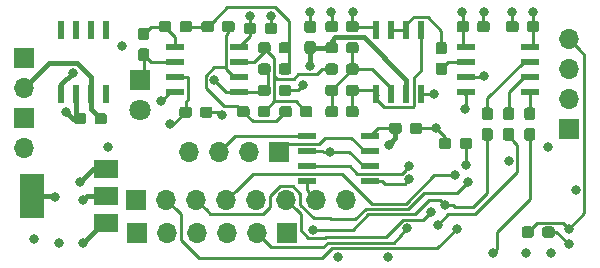
<source format=gtl>
G04 #@! TF.GenerationSoftware,KiCad,Pcbnew,(5.0.0-rc2-178-g3c7b91b96)*
G04 #@! TF.CreationDate,2018-10-30T10:49:57+01:00*
G04 #@! TF.ProjectId,pcb4,706362342E6B696361645F7063620000,1*
G04 #@! TF.SameCoordinates,Original*
G04 #@! TF.FileFunction,Copper,L1,Top,Signal*
G04 #@! TF.FilePolarity,Positive*
%FSLAX46Y46*%
G04 Gerber Fmt 4.6, Leading zero omitted, Abs format (unit mm)*
G04 Created by KiCad (PCBNEW (5.0.0-rc2-178-g3c7b91b96)) date 10/30/18 10:49:57*
%MOMM*%
%LPD*%
G01*
G04 APERTURE LIST*
G04 #@! TA.AperFunction,ComponentPad*
%ADD10O,1.700000X1.700000*%
G04 #@! TD*
G04 #@! TA.AperFunction,ComponentPad*
%ADD11R,1.700000X1.700000*%
G04 #@! TD*
G04 #@! TA.AperFunction,Conductor*
%ADD12C,0.100000*%
G04 #@! TD*
G04 #@! TA.AperFunction,SMDPad,CuDef*
%ADD13C,0.950000*%
G04 #@! TD*
G04 #@! TA.AperFunction,SMDPad,CuDef*
%ADD14R,1.550000X0.600000*%
G04 #@! TD*
G04 #@! TA.AperFunction,ComponentPad*
%ADD15R,1.800000X1.800000*%
G04 #@! TD*
G04 #@! TA.AperFunction,ComponentPad*
%ADD16C,1.800000*%
G04 #@! TD*
G04 #@! TA.AperFunction,SMDPad,CuDef*
%ADD17R,0.600000X1.550000*%
G04 #@! TD*
G04 #@! TA.AperFunction,SMDPad,CuDef*
%ADD18R,2.000000X3.800000*%
G04 #@! TD*
G04 #@! TA.AperFunction,SMDPad,CuDef*
%ADD19R,2.000000X1.500000*%
G04 #@! TD*
G04 #@! TA.AperFunction,ViaPad*
%ADD20C,0.800000*%
G04 #@! TD*
G04 #@! TA.AperFunction,Conductor*
%ADD21C,0.250000*%
G04 #@! TD*
G04 #@! TA.AperFunction,Conductor*
%ADD22C,0.400000*%
G04 #@! TD*
G04 APERTURE END LIST*
D10*
G04 #@! TO.P,J7,4*
G04 #@! TO.N,GNDD*
X78105000Y-93580000D03*
G04 #@! TO.P,J7,3*
G04 #@! TO.N,Net-(J7-Pad3)*
X80645000Y-93580000D03*
G04 #@! TO.P,J7,2*
G04 #@! TO.N,GNDD*
X83185000Y-93580000D03*
D11*
G04 #@! TO.P,J7,1*
G04 #@! TO.N,Net-(J7-Pad1)*
X85725000Y-93580000D03*
G04 #@! TD*
G04 #@! TO.P,J4,1*
G04 #@! TO.N,+3V3*
X73660000Y-100470000D03*
D10*
G04 #@! TO.P,J4,2*
G04 #@! TO.N,/SWCLK*
X76200000Y-100470000D03*
G04 #@! TO.P,J4,3*
G04 #@! TO.N,GNDD*
X78740000Y-100470000D03*
G04 #@! TO.P,J4,4*
G04 #@! TO.N,/SWDIO*
X81280000Y-100470000D03*
G04 #@! TD*
D12*
G04 #@! TO.N,GNDD*
G04 #@! TO.C,C25*
G36*
X97615779Y-91106144D02*
X97638834Y-91109563D01*
X97661443Y-91115227D01*
X97683387Y-91123079D01*
X97704457Y-91133044D01*
X97724448Y-91145026D01*
X97743168Y-91158910D01*
X97760438Y-91174562D01*
X97776090Y-91191832D01*
X97789974Y-91210552D01*
X97801956Y-91230543D01*
X97811921Y-91251613D01*
X97819773Y-91273557D01*
X97825437Y-91296166D01*
X97828856Y-91319221D01*
X97830000Y-91342500D01*
X97830000Y-91817500D01*
X97828856Y-91840779D01*
X97825437Y-91863834D01*
X97819773Y-91886443D01*
X97811921Y-91908387D01*
X97801956Y-91929457D01*
X97789974Y-91949448D01*
X97776090Y-91968168D01*
X97760438Y-91985438D01*
X97743168Y-92001090D01*
X97724448Y-92014974D01*
X97704457Y-92026956D01*
X97683387Y-92036921D01*
X97661443Y-92044773D01*
X97638834Y-92050437D01*
X97615779Y-92053856D01*
X97592500Y-92055000D01*
X97017500Y-92055000D01*
X96994221Y-92053856D01*
X96971166Y-92050437D01*
X96948557Y-92044773D01*
X96926613Y-92036921D01*
X96905543Y-92026956D01*
X96885552Y-92014974D01*
X96866832Y-92001090D01*
X96849562Y-91985438D01*
X96833910Y-91968168D01*
X96820026Y-91949448D01*
X96808044Y-91929457D01*
X96798079Y-91908387D01*
X96790227Y-91886443D01*
X96784563Y-91863834D01*
X96781144Y-91840779D01*
X96780000Y-91817500D01*
X96780000Y-91342500D01*
X96781144Y-91319221D01*
X96784563Y-91296166D01*
X96790227Y-91273557D01*
X96798079Y-91251613D01*
X96808044Y-91230543D01*
X96820026Y-91210552D01*
X96833910Y-91191832D01*
X96849562Y-91174562D01*
X96866832Y-91158910D01*
X96885552Y-91145026D01*
X96905543Y-91133044D01*
X96926613Y-91123079D01*
X96948557Y-91115227D01*
X96971166Y-91109563D01*
X96994221Y-91106144D01*
X97017500Y-91105000D01*
X97592500Y-91105000D01*
X97615779Y-91106144D01*
X97615779Y-91106144D01*
G37*
D13*
G04 #@! TD*
G04 #@! TO.P,C25,2*
G04 #@! TO.N,GNDD*
X97305000Y-91580000D03*
D12*
G04 #@! TO.N,+5V*
G04 #@! TO.C,C25*
G36*
X95865779Y-91106144D02*
X95888834Y-91109563D01*
X95911443Y-91115227D01*
X95933387Y-91123079D01*
X95954457Y-91133044D01*
X95974448Y-91145026D01*
X95993168Y-91158910D01*
X96010438Y-91174562D01*
X96026090Y-91191832D01*
X96039974Y-91210552D01*
X96051956Y-91230543D01*
X96061921Y-91251613D01*
X96069773Y-91273557D01*
X96075437Y-91296166D01*
X96078856Y-91319221D01*
X96080000Y-91342500D01*
X96080000Y-91817500D01*
X96078856Y-91840779D01*
X96075437Y-91863834D01*
X96069773Y-91886443D01*
X96061921Y-91908387D01*
X96051956Y-91929457D01*
X96039974Y-91949448D01*
X96026090Y-91968168D01*
X96010438Y-91985438D01*
X95993168Y-92001090D01*
X95974448Y-92014974D01*
X95954457Y-92026956D01*
X95933387Y-92036921D01*
X95911443Y-92044773D01*
X95888834Y-92050437D01*
X95865779Y-92053856D01*
X95842500Y-92055000D01*
X95267500Y-92055000D01*
X95244221Y-92053856D01*
X95221166Y-92050437D01*
X95198557Y-92044773D01*
X95176613Y-92036921D01*
X95155543Y-92026956D01*
X95135552Y-92014974D01*
X95116832Y-92001090D01*
X95099562Y-91985438D01*
X95083910Y-91968168D01*
X95070026Y-91949448D01*
X95058044Y-91929457D01*
X95048079Y-91908387D01*
X95040227Y-91886443D01*
X95034563Y-91863834D01*
X95031144Y-91840779D01*
X95030000Y-91817500D01*
X95030000Y-91342500D01*
X95031144Y-91319221D01*
X95034563Y-91296166D01*
X95040227Y-91273557D01*
X95048079Y-91251613D01*
X95058044Y-91230543D01*
X95070026Y-91210552D01*
X95083910Y-91191832D01*
X95099562Y-91174562D01*
X95116832Y-91158910D01*
X95135552Y-91145026D01*
X95155543Y-91133044D01*
X95176613Y-91123079D01*
X95198557Y-91115227D01*
X95221166Y-91109563D01*
X95244221Y-91106144D01*
X95267500Y-91105000D01*
X95842500Y-91105000D01*
X95865779Y-91106144D01*
X95865779Y-91106144D01*
G37*
D13*
G04 #@! TD*
G04 #@! TO.P,C25,1*
G04 #@! TO.N,+5V*
X95555000Y-91580000D03*
D14*
G04 #@! TO.P,U9,8*
G04 #@! TO.N,+5V*
X93430000Y-92275000D03*
G04 #@! TO.P,U9,7*
G04 #@! TO.N,Net-(J7-Pad1)*
X93430000Y-93545000D03*
G04 #@! TO.P,U9,6*
G04 #@! TO.N,Net-(R17-Pad1)*
X93430000Y-94815000D03*
G04 #@! TO.P,U9,5*
G04 #@! TO.N,Net-(U2-Pad19)*
X93430000Y-96085000D03*
G04 #@! TO.P,U9,4*
G04 #@! TO.N,GNDD*
X88030000Y-96085000D03*
G04 #@! TO.P,U9,3*
G04 #@! TO.N,Net-(U2-Pad20)*
X88030000Y-94815000D03*
G04 #@! TO.P,U9,2*
G04 #@! TO.N,Net-(R17-Pad1)*
X88030000Y-93545000D03*
G04 #@! TO.P,U9,1*
G04 #@! TO.N,Net-(J7-Pad3)*
X88030000Y-92275000D03*
G04 #@! TD*
D11*
G04 #@! TO.P,J1,1*
G04 #@! TO.N,GNDA*
X64135000Y-85660000D03*
D10*
G04 #@! TO.P,J1,2*
G04 #@! TO.N,+4V*
X64135000Y-88200000D03*
G04 #@! TD*
G04 #@! TO.P,J2,2*
G04 #@! TO.N,+5V*
X64135000Y-93280000D03*
D11*
G04 #@! TO.P,J2,1*
G04 #@! TO.N,GNDD*
X64135000Y-90740000D03*
G04 #@! TD*
G04 #@! TO.P,J5,1*
G04 #@! TO.N,/VCPRX*
X86360000Y-100470000D03*
D10*
G04 #@! TO.P,J5,2*
G04 #@! TO.N,/VCPTX*
X83820000Y-100470000D03*
G04 #@! TD*
D11*
G04 #@! TO.P,J6,1*
G04 #@! TO.N,/PB7*
X110230000Y-91680000D03*
D10*
G04 #@! TO.P,J6,2*
G04 #@! TO.N,/PB6*
X110230000Y-89140000D03*
G04 #@! TO.P,J6,3*
G04 #@! TO.N,GNDD*
X110230000Y-86600000D03*
G04 #@! TO.P,J6,4*
G04 #@! TO.N,/NRST*
X110230000Y-84060000D03*
G04 #@! TD*
D11*
G04 #@! TO.P,J3,1*
G04 #@! TO.N,/EINK_BUSY*
X73630000Y-97680000D03*
D10*
G04 #@! TO.P,J3,2*
G04 #@! TO.N,/EINK_RST*
X76170000Y-97680000D03*
G04 #@! TO.P,J3,3*
G04 #@! TO.N,/EINK_DC*
X78710000Y-97680000D03*
G04 #@! TO.P,J3,4*
G04 #@! TO.N,/EINK_CS*
X81250000Y-97680000D03*
G04 #@! TO.P,J3,5*
G04 #@! TO.N,/ADC_CLK*
X83790000Y-97680000D03*
G04 #@! TO.P,J3,6*
G04 #@! TO.N,/EINK_DOUT*
X86330000Y-97680000D03*
G04 #@! TO.P,J3,7*
G04 #@! TO.N,GNDD*
X88870000Y-97680000D03*
G04 #@! TO.P,J3,8*
G04 #@! TO.N,+3V3*
X91410000Y-97680000D03*
G04 #@! TD*
D12*
G04 #@! TO.N,GNDA*
G04 #@! TO.C,C12*
G36*
X90465779Y-82506144D02*
X90488834Y-82509563D01*
X90511443Y-82515227D01*
X90533387Y-82523079D01*
X90554457Y-82533044D01*
X90574448Y-82545026D01*
X90593168Y-82558910D01*
X90610438Y-82574562D01*
X90626090Y-82591832D01*
X90639974Y-82610552D01*
X90651956Y-82630543D01*
X90661921Y-82651613D01*
X90669773Y-82673557D01*
X90675437Y-82696166D01*
X90678856Y-82719221D01*
X90680000Y-82742500D01*
X90680000Y-83217500D01*
X90678856Y-83240779D01*
X90675437Y-83263834D01*
X90669773Y-83286443D01*
X90661921Y-83308387D01*
X90651956Y-83329457D01*
X90639974Y-83349448D01*
X90626090Y-83368168D01*
X90610438Y-83385438D01*
X90593168Y-83401090D01*
X90574448Y-83414974D01*
X90554457Y-83426956D01*
X90533387Y-83436921D01*
X90511443Y-83444773D01*
X90488834Y-83450437D01*
X90465779Y-83453856D01*
X90442500Y-83455000D01*
X89867500Y-83455000D01*
X89844221Y-83453856D01*
X89821166Y-83450437D01*
X89798557Y-83444773D01*
X89776613Y-83436921D01*
X89755543Y-83426956D01*
X89735552Y-83414974D01*
X89716832Y-83401090D01*
X89699562Y-83385438D01*
X89683910Y-83368168D01*
X89670026Y-83349448D01*
X89658044Y-83329457D01*
X89648079Y-83308387D01*
X89640227Y-83286443D01*
X89634563Y-83263834D01*
X89631144Y-83240779D01*
X89630000Y-83217500D01*
X89630000Y-82742500D01*
X89631144Y-82719221D01*
X89634563Y-82696166D01*
X89640227Y-82673557D01*
X89648079Y-82651613D01*
X89658044Y-82630543D01*
X89670026Y-82610552D01*
X89683910Y-82591832D01*
X89699562Y-82574562D01*
X89716832Y-82558910D01*
X89735552Y-82545026D01*
X89755543Y-82533044D01*
X89776613Y-82523079D01*
X89798557Y-82515227D01*
X89821166Y-82509563D01*
X89844221Y-82506144D01*
X89867500Y-82505000D01*
X90442500Y-82505000D01*
X90465779Y-82506144D01*
X90465779Y-82506144D01*
G37*
D13*
G04 #@! TD*
G04 #@! TO.P,C12,2*
G04 #@! TO.N,GNDA*
X90155000Y-82980000D03*
D12*
G04 #@! TO.N,+4V*
G04 #@! TO.C,C12*
G36*
X92215779Y-82506144D02*
X92238834Y-82509563D01*
X92261443Y-82515227D01*
X92283387Y-82523079D01*
X92304457Y-82533044D01*
X92324448Y-82545026D01*
X92343168Y-82558910D01*
X92360438Y-82574562D01*
X92376090Y-82591832D01*
X92389974Y-82610552D01*
X92401956Y-82630543D01*
X92411921Y-82651613D01*
X92419773Y-82673557D01*
X92425437Y-82696166D01*
X92428856Y-82719221D01*
X92430000Y-82742500D01*
X92430000Y-83217500D01*
X92428856Y-83240779D01*
X92425437Y-83263834D01*
X92419773Y-83286443D01*
X92411921Y-83308387D01*
X92401956Y-83329457D01*
X92389974Y-83349448D01*
X92376090Y-83368168D01*
X92360438Y-83385438D01*
X92343168Y-83401090D01*
X92324448Y-83414974D01*
X92304457Y-83426956D01*
X92283387Y-83436921D01*
X92261443Y-83444773D01*
X92238834Y-83450437D01*
X92215779Y-83453856D01*
X92192500Y-83455000D01*
X91617500Y-83455000D01*
X91594221Y-83453856D01*
X91571166Y-83450437D01*
X91548557Y-83444773D01*
X91526613Y-83436921D01*
X91505543Y-83426956D01*
X91485552Y-83414974D01*
X91466832Y-83401090D01*
X91449562Y-83385438D01*
X91433910Y-83368168D01*
X91420026Y-83349448D01*
X91408044Y-83329457D01*
X91398079Y-83308387D01*
X91390227Y-83286443D01*
X91384563Y-83263834D01*
X91381144Y-83240779D01*
X91380000Y-83217500D01*
X91380000Y-82742500D01*
X91381144Y-82719221D01*
X91384563Y-82696166D01*
X91390227Y-82673557D01*
X91398079Y-82651613D01*
X91408044Y-82630543D01*
X91420026Y-82610552D01*
X91433910Y-82591832D01*
X91449562Y-82574562D01*
X91466832Y-82558910D01*
X91485552Y-82545026D01*
X91505543Y-82533044D01*
X91526613Y-82523079D01*
X91548557Y-82515227D01*
X91571166Y-82509563D01*
X91594221Y-82506144D01*
X91617500Y-82505000D01*
X92192500Y-82505000D01*
X92215779Y-82506144D01*
X92215779Y-82506144D01*
G37*
D13*
G04 #@! TD*
G04 #@! TO.P,C12,1*
G04 #@! TO.N,+4V*
X91905000Y-82980000D03*
D12*
G04 #@! TO.N,Net-(C23-Pad1)*
G04 #@! TO.C,C24*
G36*
X90465779Y-89706144D02*
X90488834Y-89709563D01*
X90511443Y-89715227D01*
X90533387Y-89723079D01*
X90554457Y-89733044D01*
X90574448Y-89745026D01*
X90593168Y-89758910D01*
X90610438Y-89774562D01*
X90626090Y-89791832D01*
X90639974Y-89810552D01*
X90651956Y-89830543D01*
X90661921Y-89851613D01*
X90669773Y-89873557D01*
X90675437Y-89896166D01*
X90678856Y-89919221D01*
X90680000Y-89942500D01*
X90680000Y-90417500D01*
X90678856Y-90440779D01*
X90675437Y-90463834D01*
X90669773Y-90486443D01*
X90661921Y-90508387D01*
X90651956Y-90529457D01*
X90639974Y-90549448D01*
X90626090Y-90568168D01*
X90610438Y-90585438D01*
X90593168Y-90601090D01*
X90574448Y-90614974D01*
X90554457Y-90626956D01*
X90533387Y-90636921D01*
X90511443Y-90644773D01*
X90488834Y-90650437D01*
X90465779Y-90653856D01*
X90442500Y-90655000D01*
X89867500Y-90655000D01*
X89844221Y-90653856D01*
X89821166Y-90650437D01*
X89798557Y-90644773D01*
X89776613Y-90636921D01*
X89755543Y-90626956D01*
X89735552Y-90614974D01*
X89716832Y-90601090D01*
X89699562Y-90585438D01*
X89683910Y-90568168D01*
X89670026Y-90549448D01*
X89658044Y-90529457D01*
X89648079Y-90508387D01*
X89640227Y-90486443D01*
X89634563Y-90463834D01*
X89631144Y-90440779D01*
X89630000Y-90417500D01*
X89630000Y-89942500D01*
X89631144Y-89919221D01*
X89634563Y-89896166D01*
X89640227Y-89873557D01*
X89648079Y-89851613D01*
X89658044Y-89830543D01*
X89670026Y-89810552D01*
X89683910Y-89791832D01*
X89699562Y-89774562D01*
X89716832Y-89758910D01*
X89735552Y-89745026D01*
X89755543Y-89733044D01*
X89776613Y-89723079D01*
X89798557Y-89715227D01*
X89821166Y-89709563D01*
X89844221Y-89706144D01*
X89867500Y-89705000D01*
X90442500Y-89705000D01*
X90465779Y-89706144D01*
X90465779Y-89706144D01*
G37*
D13*
G04 #@! TD*
G04 #@! TO.P,C24,2*
G04 #@! TO.N,Net-(C23-Pad1)*
X90155000Y-90180000D03*
D12*
G04 #@! TO.N,Net-(C24-Pad1)*
G04 #@! TO.C,C24*
G36*
X92215779Y-89706144D02*
X92238834Y-89709563D01*
X92261443Y-89715227D01*
X92283387Y-89723079D01*
X92304457Y-89733044D01*
X92324448Y-89745026D01*
X92343168Y-89758910D01*
X92360438Y-89774562D01*
X92376090Y-89791832D01*
X92389974Y-89810552D01*
X92401956Y-89830543D01*
X92411921Y-89851613D01*
X92419773Y-89873557D01*
X92425437Y-89896166D01*
X92428856Y-89919221D01*
X92430000Y-89942500D01*
X92430000Y-90417500D01*
X92428856Y-90440779D01*
X92425437Y-90463834D01*
X92419773Y-90486443D01*
X92411921Y-90508387D01*
X92401956Y-90529457D01*
X92389974Y-90549448D01*
X92376090Y-90568168D01*
X92360438Y-90585438D01*
X92343168Y-90601090D01*
X92324448Y-90614974D01*
X92304457Y-90626956D01*
X92283387Y-90636921D01*
X92261443Y-90644773D01*
X92238834Y-90650437D01*
X92215779Y-90653856D01*
X92192500Y-90655000D01*
X91617500Y-90655000D01*
X91594221Y-90653856D01*
X91571166Y-90650437D01*
X91548557Y-90644773D01*
X91526613Y-90636921D01*
X91505543Y-90626956D01*
X91485552Y-90614974D01*
X91466832Y-90601090D01*
X91449562Y-90585438D01*
X91433910Y-90568168D01*
X91420026Y-90549448D01*
X91408044Y-90529457D01*
X91398079Y-90508387D01*
X91390227Y-90486443D01*
X91384563Y-90463834D01*
X91381144Y-90440779D01*
X91380000Y-90417500D01*
X91380000Y-89942500D01*
X91381144Y-89919221D01*
X91384563Y-89896166D01*
X91390227Y-89873557D01*
X91398079Y-89851613D01*
X91408044Y-89830543D01*
X91420026Y-89810552D01*
X91433910Y-89791832D01*
X91449562Y-89774562D01*
X91466832Y-89758910D01*
X91485552Y-89745026D01*
X91505543Y-89733044D01*
X91526613Y-89723079D01*
X91548557Y-89715227D01*
X91571166Y-89709563D01*
X91594221Y-89706144D01*
X91617500Y-89705000D01*
X92192500Y-89705000D01*
X92215779Y-89706144D01*
X92215779Y-89706144D01*
G37*
D13*
G04 #@! TD*
G04 #@! TO.P,C24,1*
G04 #@! TO.N,Net-(C24-Pad1)*
X91905000Y-90180000D03*
D12*
G04 #@! TO.N,+2V5*
G04 #@! TO.C,C23*
G36*
X90465779Y-84306144D02*
X90488834Y-84309563D01*
X90511443Y-84315227D01*
X90533387Y-84323079D01*
X90554457Y-84333044D01*
X90574448Y-84345026D01*
X90593168Y-84358910D01*
X90610438Y-84374562D01*
X90626090Y-84391832D01*
X90639974Y-84410552D01*
X90651956Y-84430543D01*
X90661921Y-84451613D01*
X90669773Y-84473557D01*
X90675437Y-84496166D01*
X90678856Y-84519221D01*
X90680000Y-84542500D01*
X90680000Y-85017500D01*
X90678856Y-85040779D01*
X90675437Y-85063834D01*
X90669773Y-85086443D01*
X90661921Y-85108387D01*
X90651956Y-85129457D01*
X90639974Y-85149448D01*
X90626090Y-85168168D01*
X90610438Y-85185438D01*
X90593168Y-85201090D01*
X90574448Y-85214974D01*
X90554457Y-85226956D01*
X90533387Y-85236921D01*
X90511443Y-85244773D01*
X90488834Y-85250437D01*
X90465779Y-85253856D01*
X90442500Y-85255000D01*
X89867500Y-85255000D01*
X89844221Y-85253856D01*
X89821166Y-85250437D01*
X89798557Y-85244773D01*
X89776613Y-85236921D01*
X89755543Y-85226956D01*
X89735552Y-85214974D01*
X89716832Y-85201090D01*
X89699562Y-85185438D01*
X89683910Y-85168168D01*
X89670026Y-85149448D01*
X89658044Y-85129457D01*
X89648079Y-85108387D01*
X89640227Y-85086443D01*
X89634563Y-85063834D01*
X89631144Y-85040779D01*
X89630000Y-85017500D01*
X89630000Y-84542500D01*
X89631144Y-84519221D01*
X89634563Y-84496166D01*
X89640227Y-84473557D01*
X89648079Y-84451613D01*
X89658044Y-84430543D01*
X89670026Y-84410552D01*
X89683910Y-84391832D01*
X89699562Y-84374562D01*
X89716832Y-84358910D01*
X89735552Y-84345026D01*
X89755543Y-84333044D01*
X89776613Y-84323079D01*
X89798557Y-84315227D01*
X89821166Y-84309563D01*
X89844221Y-84306144D01*
X89867500Y-84305000D01*
X90442500Y-84305000D01*
X90465779Y-84306144D01*
X90465779Y-84306144D01*
G37*
D13*
G04 #@! TD*
G04 #@! TO.P,C23,2*
G04 #@! TO.N,+2V5*
X90155000Y-84780000D03*
D12*
G04 #@! TO.N,Net-(C23-Pad1)*
G04 #@! TO.C,C23*
G36*
X92215779Y-84306144D02*
X92238834Y-84309563D01*
X92261443Y-84315227D01*
X92283387Y-84323079D01*
X92304457Y-84333044D01*
X92324448Y-84345026D01*
X92343168Y-84358910D01*
X92360438Y-84374562D01*
X92376090Y-84391832D01*
X92389974Y-84410552D01*
X92401956Y-84430543D01*
X92411921Y-84451613D01*
X92419773Y-84473557D01*
X92425437Y-84496166D01*
X92428856Y-84519221D01*
X92430000Y-84542500D01*
X92430000Y-85017500D01*
X92428856Y-85040779D01*
X92425437Y-85063834D01*
X92419773Y-85086443D01*
X92411921Y-85108387D01*
X92401956Y-85129457D01*
X92389974Y-85149448D01*
X92376090Y-85168168D01*
X92360438Y-85185438D01*
X92343168Y-85201090D01*
X92324448Y-85214974D01*
X92304457Y-85226956D01*
X92283387Y-85236921D01*
X92261443Y-85244773D01*
X92238834Y-85250437D01*
X92215779Y-85253856D01*
X92192500Y-85255000D01*
X91617500Y-85255000D01*
X91594221Y-85253856D01*
X91571166Y-85250437D01*
X91548557Y-85244773D01*
X91526613Y-85236921D01*
X91505543Y-85226956D01*
X91485552Y-85214974D01*
X91466832Y-85201090D01*
X91449562Y-85185438D01*
X91433910Y-85168168D01*
X91420026Y-85149448D01*
X91408044Y-85129457D01*
X91398079Y-85108387D01*
X91390227Y-85086443D01*
X91384563Y-85063834D01*
X91381144Y-85040779D01*
X91380000Y-85017500D01*
X91380000Y-84542500D01*
X91381144Y-84519221D01*
X91384563Y-84496166D01*
X91390227Y-84473557D01*
X91398079Y-84451613D01*
X91408044Y-84430543D01*
X91420026Y-84410552D01*
X91433910Y-84391832D01*
X91449562Y-84374562D01*
X91466832Y-84358910D01*
X91485552Y-84345026D01*
X91505543Y-84333044D01*
X91526613Y-84323079D01*
X91548557Y-84315227D01*
X91571166Y-84309563D01*
X91594221Y-84306144D01*
X91617500Y-84305000D01*
X92192500Y-84305000D01*
X92215779Y-84306144D01*
X92215779Y-84306144D01*
G37*
D13*
G04 #@! TD*
G04 #@! TO.P,C23,1*
G04 #@! TO.N,Net-(C23-Pad1)*
X91905000Y-84780000D03*
D12*
G04 #@! TO.N,Net-(C21-Pad1)*
G04 #@! TO.C,C22*
G36*
X88315779Y-89706144D02*
X88338834Y-89709563D01*
X88361443Y-89715227D01*
X88383387Y-89723079D01*
X88404457Y-89733044D01*
X88424448Y-89745026D01*
X88443168Y-89758910D01*
X88460438Y-89774562D01*
X88476090Y-89791832D01*
X88489974Y-89810552D01*
X88501956Y-89830543D01*
X88511921Y-89851613D01*
X88519773Y-89873557D01*
X88525437Y-89896166D01*
X88528856Y-89919221D01*
X88530000Y-89942500D01*
X88530000Y-90417500D01*
X88528856Y-90440779D01*
X88525437Y-90463834D01*
X88519773Y-90486443D01*
X88511921Y-90508387D01*
X88501956Y-90529457D01*
X88489974Y-90549448D01*
X88476090Y-90568168D01*
X88460438Y-90585438D01*
X88443168Y-90601090D01*
X88424448Y-90614974D01*
X88404457Y-90626956D01*
X88383387Y-90636921D01*
X88361443Y-90644773D01*
X88338834Y-90650437D01*
X88315779Y-90653856D01*
X88292500Y-90655000D01*
X87717500Y-90655000D01*
X87694221Y-90653856D01*
X87671166Y-90650437D01*
X87648557Y-90644773D01*
X87626613Y-90636921D01*
X87605543Y-90626956D01*
X87585552Y-90614974D01*
X87566832Y-90601090D01*
X87549562Y-90585438D01*
X87533910Y-90568168D01*
X87520026Y-90549448D01*
X87508044Y-90529457D01*
X87498079Y-90508387D01*
X87490227Y-90486443D01*
X87484563Y-90463834D01*
X87481144Y-90440779D01*
X87480000Y-90417500D01*
X87480000Y-89942500D01*
X87481144Y-89919221D01*
X87484563Y-89896166D01*
X87490227Y-89873557D01*
X87498079Y-89851613D01*
X87508044Y-89830543D01*
X87520026Y-89810552D01*
X87533910Y-89791832D01*
X87549562Y-89774562D01*
X87566832Y-89758910D01*
X87585552Y-89745026D01*
X87605543Y-89733044D01*
X87626613Y-89723079D01*
X87648557Y-89715227D01*
X87671166Y-89709563D01*
X87694221Y-89706144D01*
X87717500Y-89705000D01*
X88292500Y-89705000D01*
X88315779Y-89706144D01*
X88315779Y-89706144D01*
G37*
D13*
G04 #@! TD*
G04 #@! TO.P,C22,1*
G04 #@! TO.N,Net-(C21-Pad1)*
X88005000Y-90180000D03*
D12*
G04 #@! TO.N,Net-(C20-Pad1)*
G04 #@! TO.C,C22*
G36*
X86565779Y-89706144D02*
X86588834Y-89709563D01*
X86611443Y-89715227D01*
X86633387Y-89723079D01*
X86654457Y-89733044D01*
X86674448Y-89745026D01*
X86693168Y-89758910D01*
X86710438Y-89774562D01*
X86726090Y-89791832D01*
X86739974Y-89810552D01*
X86751956Y-89830543D01*
X86761921Y-89851613D01*
X86769773Y-89873557D01*
X86775437Y-89896166D01*
X86778856Y-89919221D01*
X86780000Y-89942500D01*
X86780000Y-90417500D01*
X86778856Y-90440779D01*
X86775437Y-90463834D01*
X86769773Y-90486443D01*
X86761921Y-90508387D01*
X86751956Y-90529457D01*
X86739974Y-90549448D01*
X86726090Y-90568168D01*
X86710438Y-90585438D01*
X86693168Y-90601090D01*
X86674448Y-90614974D01*
X86654457Y-90626956D01*
X86633387Y-90636921D01*
X86611443Y-90644773D01*
X86588834Y-90650437D01*
X86565779Y-90653856D01*
X86542500Y-90655000D01*
X85967500Y-90655000D01*
X85944221Y-90653856D01*
X85921166Y-90650437D01*
X85898557Y-90644773D01*
X85876613Y-90636921D01*
X85855543Y-90626956D01*
X85835552Y-90614974D01*
X85816832Y-90601090D01*
X85799562Y-90585438D01*
X85783910Y-90568168D01*
X85770026Y-90549448D01*
X85758044Y-90529457D01*
X85748079Y-90508387D01*
X85740227Y-90486443D01*
X85734563Y-90463834D01*
X85731144Y-90440779D01*
X85730000Y-90417500D01*
X85730000Y-89942500D01*
X85731144Y-89919221D01*
X85734563Y-89896166D01*
X85740227Y-89873557D01*
X85748079Y-89851613D01*
X85758044Y-89830543D01*
X85770026Y-89810552D01*
X85783910Y-89791832D01*
X85799562Y-89774562D01*
X85816832Y-89758910D01*
X85835552Y-89745026D01*
X85855543Y-89733044D01*
X85876613Y-89723079D01*
X85898557Y-89715227D01*
X85921166Y-89709563D01*
X85944221Y-89706144D01*
X85967500Y-89705000D01*
X86542500Y-89705000D01*
X86565779Y-89706144D01*
X86565779Y-89706144D01*
G37*
D13*
G04 #@! TD*
G04 #@! TO.P,C22,2*
G04 #@! TO.N,Net-(C20-Pad1)*
X86255000Y-90180000D03*
D12*
G04 #@! TO.N,Net-(C20-Pad2)*
G04 #@! TO.C,C21*
G36*
X86515779Y-84306144D02*
X86538834Y-84309563D01*
X86561443Y-84315227D01*
X86583387Y-84323079D01*
X86604457Y-84333044D01*
X86624448Y-84345026D01*
X86643168Y-84358910D01*
X86660438Y-84374562D01*
X86676090Y-84391832D01*
X86689974Y-84410552D01*
X86701956Y-84430543D01*
X86711921Y-84451613D01*
X86719773Y-84473557D01*
X86725437Y-84496166D01*
X86728856Y-84519221D01*
X86730000Y-84542500D01*
X86730000Y-85017500D01*
X86728856Y-85040779D01*
X86725437Y-85063834D01*
X86719773Y-85086443D01*
X86711921Y-85108387D01*
X86701956Y-85129457D01*
X86689974Y-85149448D01*
X86676090Y-85168168D01*
X86660438Y-85185438D01*
X86643168Y-85201090D01*
X86624448Y-85214974D01*
X86604457Y-85226956D01*
X86583387Y-85236921D01*
X86561443Y-85244773D01*
X86538834Y-85250437D01*
X86515779Y-85253856D01*
X86492500Y-85255000D01*
X85917500Y-85255000D01*
X85894221Y-85253856D01*
X85871166Y-85250437D01*
X85848557Y-85244773D01*
X85826613Y-85236921D01*
X85805543Y-85226956D01*
X85785552Y-85214974D01*
X85766832Y-85201090D01*
X85749562Y-85185438D01*
X85733910Y-85168168D01*
X85720026Y-85149448D01*
X85708044Y-85129457D01*
X85698079Y-85108387D01*
X85690227Y-85086443D01*
X85684563Y-85063834D01*
X85681144Y-85040779D01*
X85680000Y-85017500D01*
X85680000Y-84542500D01*
X85681144Y-84519221D01*
X85684563Y-84496166D01*
X85690227Y-84473557D01*
X85698079Y-84451613D01*
X85708044Y-84430543D01*
X85720026Y-84410552D01*
X85733910Y-84391832D01*
X85749562Y-84374562D01*
X85766832Y-84358910D01*
X85785552Y-84345026D01*
X85805543Y-84333044D01*
X85826613Y-84323079D01*
X85848557Y-84315227D01*
X85871166Y-84309563D01*
X85894221Y-84306144D01*
X85917500Y-84305000D01*
X86492500Y-84305000D01*
X86515779Y-84306144D01*
X86515779Y-84306144D01*
G37*
D13*
G04 #@! TD*
G04 #@! TO.P,C21,2*
G04 #@! TO.N,Net-(C20-Pad2)*
X86205000Y-84780000D03*
D12*
G04 #@! TO.N,Net-(C21-Pad1)*
G04 #@! TO.C,C21*
G36*
X84765779Y-84306144D02*
X84788834Y-84309563D01*
X84811443Y-84315227D01*
X84833387Y-84323079D01*
X84854457Y-84333044D01*
X84874448Y-84345026D01*
X84893168Y-84358910D01*
X84910438Y-84374562D01*
X84926090Y-84391832D01*
X84939974Y-84410552D01*
X84951956Y-84430543D01*
X84961921Y-84451613D01*
X84969773Y-84473557D01*
X84975437Y-84496166D01*
X84978856Y-84519221D01*
X84980000Y-84542500D01*
X84980000Y-85017500D01*
X84978856Y-85040779D01*
X84975437Y-85063834D01*
X84969773Y-85086443D01*
X84961921Y-85108387D01*
X84951956Y-85129457D01*
X84939974Y-85149448D01*
X84926090Y-85168168D01*
X84910438Y-85185438D01*
X84893168Y-85201090D01*
X84874448Y-85214974D01*
X84854457Y-85226956D01*
X84833387Y-85236921D01*
X84811443Y-85244773D01*
X84788834Y-85250437D01*
X84765779Y-85253856D01*
X84742500Y-85255000D01*
X84167500Y-85255000D01*
X84144221Y-85253856D01*
X84121166Y-85250437D01*
X84098557Y-85244773D01*
X84076613Y-85236921D01*
X84055543Y-85226956D01*
X84035552Y-85214974D01*
X84016832Y-85201090D01*
X83999562Y-85185438D01*
X83983910Y-85168168D01*
X83970026Y-85149448D01*
X83958044Y-85129457D01*
X83948079Y-85108387D01*
X83940227Y-85086443D01*
X83934563Y-85063834D01*
X83931144Y-85040779D01*
X83930000Y-85017500D01*
X83930000Y-84542500D01*
X83931144Y-84519221D01*
X83934563Y-84496166D01*
X83940227Y-84473557D01*
X83948079Y-84451613D01*
X83958044Y-84430543D01*
X83970026Y-84410552D01*
X83983910Y-84391832D01*
X83999562Y-84374562D01*
X84016832Y-84358910D01*
X84035552Y-84345026D01*
X84055543Y-84333044D01*
X84076613Y-84323079D01*
X84098557Y-84315227D01*
X84121166Y-84309563D01*
X84144221Y-84306144D01*
X84167500Y-84305000D01*
X84742500Y-84305000D01*
X84765779Y-84306144D01*
X84765779Y-84306144D01*
G37*
D13*
G04 #@! TD*
G04 #@! TO.P,C21,1*
G04 #@! TO.N,Net-(C21-Pad1)*
X84455000Y-84780000D03*
D12*
G04 #@! TO.N,Net-(C20-Pad1)*
G04 #@! TO.C,C20*
G36*
X81715779Y-82506144D02*
X81738834Y-82509563D01*
X81761443Y-82515227D01*
X81783387Y-82523079D01*
X81804457Y-82533044D01*
X81824448Y-82545026D01*
X81843168Y-82558910D01*
X81860438Y-82574562D01*
X81876090Y-82591832D01*
X81889974Y-82610552D01*
X81901956Y-82630543D01*
X81911921Y-82651613D01*
X81919773Y-82673557D01*
X81925437Y-82696166D01*
X81928856Y-82719221D01*
X81930000Y-82742500D01*
X81930000Y-83217500D01*
X81928856Y-83240779D01*
X81925437Y-83263834D01*
X81919773Y-83286443D01*
X81911921Y-83308387D01*
X81901956Y-83329457D01*
X81889974Y-83349448D01*
X81876090Y-83368168D01*
X81860438Y-83385438D01*
X81843168Y-83401090D01*
X81824448Y-83414974D01*
X81804457Y-83426956D01*
X81783387Y-83436921D01*
X81761443Y-83444773D01*
X81738834Y-83450437D01*
X81715779Y-83453856D01*
X81692500Y-83455000D01*
X81117500Y-83455000D01*
X81094221Y-83453856D01*
X81071166Y-83450437D01*
X81048557Y-83444773D01*
X81026613Y-83436921D01*
X81005543Y-83426956D01*
X80985552Y-83414974D01*
X80966832Y-83401090D01*
X80949562Y-83385438D01*
X80933910Y-83368168D01*
X80920026Y-83349448D01*
X80908044Y-83329457D01*
X80898079Y-83308387D01*
X80890227Y-83286443D01*
X80884563Y-83263834D01*
X80881144Y-83240779D01*
X80880000Y-83217500D01*
X80880000Y-82742500D01*
X80881144Y-82719221D01*
X80884563Y-82696166D01*
X80890227Y-82673557D01*
X80898079Y-82651613D01*
X80908044Y-82630543D01*
X80920026Y-82610552D01*
X80933910Y-82591832D01*
X80949562Y-82574562D01*
X80966832Y-82558910D01*
X80985552Y-82545026D01*
X81005543Y-82533044D01*
X81026613Y-82523079D01*
X81048557Y-82515227D01*
X81071166Y-82509563D01*
X81094221Y-82506144D01*
X81117500Y-82505000D01*
X81692500Y-82505000D01*
X81715779Y-82506144D01*
X81715779Y-82506144D01*
G37*
D13*
G04 #@! TD*
G04 #@! TO.P,C20,1*
G04 #@! TO.N,Net-(C20-Pad1)*
X81405000Y-82980000D03*
D12*
G04 #@! TO.N,Net-(C20-Pad2)*
G04 #@! TO.C,C20*
G36*
X79965779Y-82506144D02*
X79988834Y-82509563D01*
X80011443Y-82515227D01*
X80033387Y-82523079D01*
X80054457Y-82533044D01*
X80074448Y-82545026D01*
X80093168Y-82558910D01*
X80110438Y-82574562D01*
X80126090Y-82591832D01*
X80139974Y-82610552D01*
X80151956Y-82630543D01*
X80161921Y-82651613D01*
X80169773Y-82673557D01*
X80175437Y-82696166D01*
X80178856Y-82719221D01*
X80180000Y-82742500D01*
X80180000Y-83217500D01*
X80178856Y-83240779D01*
X80175437Y-83263834D01*
X80169773Y-83286443D01*
X80161921Y-83308387D01*
X80151956Y-83329457D01*
X80139974Y-83349448D01*
X80126090Y-83368168D01*
X80110438Y-83385438D01*
X80093168Y-83401090D01*
X80074448Y-83414974D01*
X80054457Y-83426956D01*
X80033387Y-83436921D01*
X80011443Y-83444773D01*
X79988834Y-83450437D01*
X79965779Y-83453856D01*
X79942500Y-83455000D01*
X79367500Y-83455000D01*
X79344221Y-83453856D01*
X79321166Y-83450437D01*
X79298557Y-83444773D01*
X79276613Y-83436921D01*
X79255543Y-83426956D01*
X79235552Y-83414974D01*
X79216832Y-83401090D01*
X79199562Y-83385438D01*
X79183910Y-83368168D01*
X79170026Y-83349448D01*
X79158044Y-83329457D01*
X79148079Y-83308387D01*
X79140227Y-83286443D01*
X79134563Y-83263834D01*
X79131144Y-83240779D01*
X79130000Y-83217500D01*
X79130000Y-82742500D01*
X79131144Y-82719221D01*
X79134563Y-82696166D01*
X79140227Y-82673557D01*
X79148079Y-82651613D01*
X79158044Y-82630543D01*
X79170026Y-82610552D01*
X79183910Y-82591832D01*
X79199562Y-82574562D01*
X79216832Y-82558910D01*
X79235552Y-82545026D01*
X79255543Y-82533044D01*
X79276613Y-82523079D01*
X79298557Y-82515227D01*
X79321166Y-82509563D01*
X79344221Y-82506144D01*
X79367500Y-82505000D01*
X79942500Y-82505000D01*
X79965779Y-82506144D01*
X79965779Y-82506144D01*
G37*
D13*
G04 #@! TD*
G04 #@! TO.P,C20,2*
G04 #@! TO.N,Net-(C20-Pad2)*
X79655000Y-82980000D03*
D12*
G04 #@! TO.N,GNDA*
G04 #@! TO.C,C19*
G36*
X88590779Y-82481144D02*
X88613834Y-82484563D01*
X88636443Y-82490227D01*
X88658387Y-82498079D01*
X88679457Y-82508044D01*
X88699448Y-82520026D01*
X88718168Y-82533910D01*
X88735438Y-82549562D01*
X88751090Y-82566832D01*
X88764974Y-82585552D01*
X88776956Y-82605543D01*
X88786921Y-82626613D01*
X88794773Y-82648557D01*
X88800437Y-82671166D01*
X88803856Y-82694221D01*
X88805000Y-82717500D01*
X88805000Y-83292500D01*
X88803856Y-83315779D01*
X88800437Y-83338834D01*
X88794773Y-83361443D01*
X88786921Y-83383387D01*
X88776956Y-83404457D01*
X88764974Y-83424448D01*
X88751090Y-83443168D01*
X88735438Y-83460438D01*
X88718168Y-83476090D01*
X88699448Y-83489974D01*
X88679457Y-83501956D01*
X88658387Y-83511921D01*
X88636443Y-83519773D01*
X88613834Y-83525437D01*
X88590779Y-83528856D01*
X88567500Y-83530000D01*
X88092500Y-83530000D01*
X88069221Y-83528856D01*
X88046166Y-83525437D01*
X88023557Y-83519773D01*
X88001613Y-83511921D01*
X87980543Y-83501956D01*
X87960552Y-83489974D01*
X87941832Y-83476090D01*
X87924562Y-83460438D01*
X87908910Y-83443168D01*
X87895026Y-83424448D01*
X87883044Y-83404457D01*
X87873079Y-83383387D01*
X87865227Y-83361443D01*
X87859563Y-83338834D01*
X87856144Y-83315779D01*
X87855000Y-83292500D01*
X87855000Y-82717500D01*
X87856144Y-82694221D01*
X87859563Y-82671166D01*
X87865227Y-82648557D01*
X87873079Y-82626613D01*
X87883044Y-82605543D01*
X87895026Y-82585552D01*
X87908910Y-82566832D01*
X87924562Y-82549562D01*
X87941832Y-82533910D01*
X87960552Y-82520026D01*
X87980543Y-82508044D01*
X88001613Y-82498079D01*
X88023557Y-82490227D01*
X88046166Y-82484563D01*
X88069221Y-82481144D01*
X88092500Y-82480000D01*
X88567500Y-82480000D01*
X88590779Y-82481144D01*
X88590779Y-82481144D01*
G37*
D13*
G04 #@! TD*
G04 #@! TO.P,C19,2*
G04 #@! TO.N,GNDA*
X88330000Y-83005000D03*
D12*
G04 #@! TO.N,+2V5*
G04 #@! TO.C,C19*
G36*
X88590779Y-84231144D02*
X88613834Y-84234563D01*
X88636443Y-84240227D01*
X88658387Y-84248079D01*
X88679457Y-84258044D01*
X88699448Y-84270026D01*
X88718168Y-84283910D01*
X88735438Y-84299562D01*
X88751090Y-84316832D01*
X88764974Y-84335552D01*
X88776956Y-84355543D01*
X88786921Y-84376613D01*
X88794773Y-84398557D01*
X88800437Y-84421166D01*
X88803856Y-84444221D01*
X88805000Y-84467500D01*
X88805000Y-85042500D01*
X88803856Y-85065779D01*
X88800437Y-85088834D01*
X88794773Y-85111443D01*
X88786921Y-85133387D01*
X88776956Y-85154457D01*
X88764974Y-85174448D01*
X88751090Y-85193168D01*
X88735438Y-85210438D01*
X88718168Y-85226090D01*
X88699448Y-85239974D01*
X88679457Y-85251956D01*
X88658387Y-85261921D01*
X88636443Y-85269773D01*
X88613834Y-85275437D01*
X88590779Y-85278856D01*
X88567500Y-85280000D01*
X88092500Y-85280000D01*
X88069221Y-85278856D01*
X88046166Y-85275437D01*
X88023557Y-85269773D01*
X88001613Y-85261921D01*
X87980543Y-85251956D01*
X87960552Y-85239974D01*
X87941832Y-85226090D01*
X87924562Y-85210438D01*
X87908910Y-85193168D01*
X87895026Y-85174448D01*
X87883044Y-85154457D01*
X87873079Y-85133387D01*
X87865227Y-85111443D01*
X87859563Y-85088834D01*
X87856144Y-85065779D01*
X87855000Y-85042500D01*
X87855000Y-84467500D01*
X87856144Y-84444221D01*
X87859563Y-84421166D01*
X87865227Y-84398557D01*
X87873079Y-84376613D01*
X87883044Y-84355543D01*
X87895026Y-84335552D01*
X87908910Y-84316832D01*
X87924562Y-84299562D01*
X87941832Y-84283910D01*
X87960552Y-84270026D01*
X87980543Y-84258044D01*
X88001613Y-84248079D01*
X88023557Y-84240227D01*
X88046166Y-84234563D01*
X88069221Y-84231144D01*
X88092500Y-84230000D01*
X88567500Y-84230000D01*
X88590779Y-84231144D01*
X88590779Y-84231144D01*
G37*
D13*
G04 #@! TD*
G04 #@! TO.P,C19,1*
G04 #@! TO.N,+2V5*
X88330000Y-84755000D03*
D12*
G04 #@! TO.N,GNDA*
G04 #@! TO.C,C18*
G36*
X86515779Y-87906144D02*
X86538834Y-87909563D01*
X86561443Y-87915227D01*
X86583387Y-87923079D01*
X86604457Y-87933044D01*
X86624448Y-87945026D01*
X86643168Y-87958910D01*
X86660438Y-87974562D01*
X86676090Y-87991832D01*
X86689974Y-88010552D01*
X86701956Y-88030543D01*
X86711921Y-88051613D01*
X86719773Y-88073557D01*
X86725437Y-88096166D01*
X86728856Y-88119221D01*
X86730000Y-88142500D01*
X86730000Y-88617500D01*
X86728856Y-88640779D01*
X86725437Y-88663834D01*
X86719773Y-88686443D01*
X86711921Y-88708387D01*
X86701956Y-88729457D01*
X86689974Y-88749448D01*
X86676090Y-88768168D01*
X86660438Y-88785438D01*
X86643168Y-88801090D01*
X86624448Y-88814974D01*
X86604457Y-88826956D01*
X86583387Y-88836921D01*
X86561443Y-88844773D01*
X86538834Y-88850437D01*
X86515779Y-88853856D01*
X86492500Y-88855000D01*
X85917500Y-88855000D01*
X85894221Y-88853856D01*
X85871166Y-88850437D01*
X85848557Y-88844773D01*
X85826613Y-88836921D01*
X85805543Y-88826956D01*
X85785552Y-88814974D01*
X85766832Y-88801090D01*
X85749562Y-88785438D01*
X85733910Y-88768168D01*
X85720026Y-88749448D01*
X85708044Y-88729457D01*
X85698079Y-88708387D01*
X85690227Y-88686443D01*
X85684563Y-88663834D01*
X85681144Y-88640779D01*
X85680000Y-88617500D01*
X85680000Y-88142500D01*
X85681144Y-88119221D01*
X85684563Y-88096166D01*
X85690227Y-88073557D01*
X85698079Y-88051613D01*
X85708044Y-88030543D01*
X85720026Y-88010552D01*
X85733910Y-87991832D01*
X85749562Y-87974562D01*
X85766832Y-87958910D01*
X85785552Y-87945026D01*
X85805543Y-87933044D01*
X85826613Y-87923079D01*
X85848557Y-87915227D01*
X85871166Y-87909563D01*
X85894221Y-87906144D01*
X85917500Y-87905000D01*
X86492500Y-87905000D01*
X86515779Y-87906144D01*
X86515779Y-87906144D01*
G37*
D13*
G04 #@! TD*
G04 #@! TO.P,C18,1*
G04 #@! TO.N,GNDA*
X86205000Y-88380000D03*
D12*
G04 #@! TO.N,+2V5*
G04 #@! TO.C,C18*
G36*
X84765779Y-87906144D02*
X84788834Y-87909563D01*
X84811443Y-87915227D01*
X84833387Y-87923079D01*
X84854457Y-87933044D01*
X84874448Y-87945026D01*
X84893168Y-87958910D01*
X84910438Y-87974562D01*
X84926090Y-87991832D01*
X84939974Y-88010552D01*
X84951956Y-88030543D01*
X84961921Y-88051613D01*
X84969773Y-88073557D01*
X84975437Y-88096166D01*
X84978856Y-88119221D01*
X84980000Y-88142500D01*
X84980000Y-88617500D01*
X84978856Y-88640779D01*
X84975437Y-88663834D01*
X84969773Y-88686443D01*
X84961921Y-88708387D01*
X84951956Y-88729457D01*
X84939974Y-88749448D01*
X84926090Y-88768168D01*
X84910438Y-88785438D01*
X84893168Y-88801090D01*
X84874448Y-88814974D01*
X84854457Y-88826956D01*
X84833387Y-88836921D01*
X84811443Y-88844773D01*
X84788834Y-88850437D01*
X84765779Y-88853856D01*
X84742500Y-88855000D01*
X84167500Y-88855000D01*
X84144221Y-88853856D01*
X84121166Y-88850437D01*
X84098557Y-88844773D01*
X84076613Y-88836921D01*
X84055543Y-88826956D01*
X84035552Y-88814974D01*
X84016832Y-88801090D01*
X83999562Y-88785438D01*
X83983910Y-88768168D01*
X83970026Y-88749448D01*
X83958044Y-88729457D01*
X83948079Y-88708387D01*
X83940227Y-88686443D01*
X83934563Y-88663834D01*
X83931144Y-88640779D01*
X83930000Y-88617500D01*
X83930000Y-88142500D01*
X83931144Y-88119221D01*
X83934563Y-88096166D01*
X83940227Y-88073557D01*
X83948079Y-88051613D01*
X83958044Y-88030543D01*
X83970026Y-88010552D01*
X83983910Y-87991832D01*
X83999562Y-87974562D01*
X84016832Y-87958910D01*
X84035552Y-87945026D01*
X84055543Y-87933044D01*
X84076613Y-87923079D01*
X84098557Y-87915227D01*
X84121166Y-87909563D01*
X84144221Y-87906144D01*
X84167500Y-87905000D01*
X84742500Y-87905000D01*
X84765779Y-87906144D01*
X84765779Y-87906144D01*
G37*
D13*
G04 #@! TD*
G04 #@! TO.P,C18,2*
G04 #@! TO.N,+2V5*
X84455000Y-88380000D03*
D12*
G04 #@! TO.N,GNDA*
G04 #@! TO.C,C17*
G36*
X79845779Y-89758144D02*
X79868834Y-89761563D01*
X79891443Y-89767227D01*
X79913387Y-89775079D01*
X79934457Y-89785044D01*
X79954448Y-89797026D01*
X79973168Y-89810910D01*
X79990438Y-89826562D01*
X80006090Y-89843832D01*
X80019974Y-89862552D01*
X80031956Y-89882543D01*
X80041921Y-89903613D01*
X80049773Y-89925557D01*
X80055437Y-89948166D01*
X80058856Y-89971221D01*
X80060000Y-89994500D01*
X80060000Y-90469500D01*
X80058856Y-90492779D01*
X80055437Y-90515834D01*
X80049773Y-90538443D01*
X80041921Y-90560387D01*
X80031956Y-90581457D01*
X80019974Y-90601448D01*
X80006090Y-90620168D01*
X79990438Y-90637438D01*
X79973168Y-90653090D01*
X79954448Y-90666974D01*
X79934457Y-90678956D01*
X79913387Y-90688921D01*
X79891443Y-90696773D01*
X79868834Y-90702437D01*
X79845779Y-90705856D01*
X79822500Y-90707000D01*
X79247500Y-90707000D01*
X79224221Y-90705856D01*
X79201166Y-90702437D01*
X79178557Y-90696773D01*
X79156613Y-90688921D01*
X79135543Y-90678956D01*
X79115552Y-90666974D01*
X79096832Y-90653090D01*
X79079562Y-90637438D01*
X79063910Y-90620168D01*
X79050026Y-90601448D01*
X79038044Y-90581457D01*
X79028079Y-90560387D01*
X79020227Y-90538443D01*
X79014563Y-90515834D01*
X79011144Y-90492779D01*
X79010000Y-90469500D01*
X79010000Y-89994500D01*
X79011144Y-89971221D01*
X79014563Y-89948166D01*
X79020227Y-89925557D01*
X79028079Y-89903613D01*
X79038044Y-89882543D01*
X79050026Y-89862552D01*
X79063910Y-89843832D01*
X79079562Y-89826562D01*
X79096832Y-89810910D01*
X79115552Y-89797026D01*
X79135543Y-89785044D01*
X79156613Y-89775079D01*
X79178557Y-89767227D01*
X79201166Y-89761563D01*
X79224221Y-89758144D01*
X79247500Y-89757000D01*
X79822500Y-89757000D01*
X79845779Y-89758144D01*
X79845779Y-89758144D01*
G37*
D13*
G04 #@! TD*
G04 #@! TO.P,C17,2*
G04 #@! TO.N,GNDA*
X79535000Y-90232000D03*
D12*
G04 #@! TO.N,+2V5*
G04 #@! TO.C,C17*
G36*
X78095779Y-89758144D02*
X78118834Y-89761563D01*
X78141443Y-89767227D01*
X78163387Y-89775079D01*
X78184457Y-89785044D01*
X78204448Y-89797026D01*
X78223168Y-89810910D01*
X78240438Y-89826562D01*
X78256090Y-89843832D01*
X78269974Y-89862552D01*
X78281956Y-89882543D01*
X78291921Y-89903613D01*
X78299773Y-89925557D01*
X78305437Y-89948166D01*
X78308856Y-89971221D01*
X78310000Y-89994500D01*
X78310000Y-90469500D01*
X78308856Y-90492779D01*
X78305437Y-90515834D01*
X78299773Y-90538443D01*
X78291921Y-90560387D01*
X78281956Y-90581457D01*
X78269974Y-90601448D01*
X78256090Y-90620168D01*
X78240438Y-90637438D01*
X78223168Y-90653090D01*
X78204448Y-90666974D01*
X78184457Y-90678956D01*
X78163387Y-90688921D01*
X78141443Y-90696773D01*
X78118834Y-90702437D01*
X78095779Y-90705856D01*
X78072500Y-90707000D01*
X77497500Y-90707000D01*
X77474221Y-90705856D01*
X77451166Y-90702437D01*
X77428557Y-90696773D01*
X77406613Y-90688921D01*
X77385543Y-90678956D01*
X77365552Y-90666974D01*
X77346832Y-90653090D01*
X77329562Y-90637438D01*
X77313910Y-90620168D01*
X77300026Y-90601448D01*
X77288044Y-90581457D01*
X77278079Y-90560387D01*
X77270227Y-90538443D01*
X77264563Y-90515834D01*
X77261144Y-90492779D01*
X77260000Y-90469500D01*
X77260000Y-89994500D01*
X77261144Y-89971221D01*
X77264563Y-89948166D01*
X77270227Y-89925557D01*
X77278079Y-89903613D01*
X77288044Y-89882543D01*
X77300026Y-89862552D01*
X77313910Y-89843832D01*
X77329562Y-89826562D01*
X77346832Y-89810910D01*
X77365552Y-89797026D01*
X77385543Y-89785044D01*
X77406613Y-89775079D01*
X77428557Y-89767227D01*
X77451166Y-89761563D01*
X77474221Y-89758144D01*
X77497500Y-89757000D01*
X78072500Y-89757000D01*
X78095779Y-89758144D01*
X78095779Y-89758144D01*
G37*
D13*
G04 #@! TD*
G04 #@! TO.P,C17,1*
G04 #@! TO.N,+2V5*
X77785000Y-90232000D03*
D12*
G04 #@! TO.N,GNDA*
G04 #@! TO.C,C16*
G36*
X105765779Y-82506144D02*
X105788834Y-82509563D01*
X105811443Y-82515227D01*
X105833387Y-82523079D01*
X105854457Y-82533044D01*
X105874448Y-82545026D01*
X105893168Y-82558910D01*
X105910438Y-82574562D01*
X105926090Y-82591832D01*
X105939974Y-82610552D01*
X105951956Y-82630543D01*
X105961921Y-82651613D01*
X105969773Y-82673557D01*
X105975437Y-82696166D01*
X105978856Y-82719221D01*
X105980000Y-82742500D01*
X105980000Y-83217500D01*
X105978856Y-83240779D01*
X105975437Y-83263834D01*
X105969773Y-83286443D01*
X105961921Y-83308387D01*
X105951956Y-83329457D01*
X105939974Y-83349448D01*
X105926090Y-83368168D01*
X105910438Y-83385438D01*
X105893168Y-83401090D01*
X105874448Y-83414974D01*
X105854457Y-83426956D01*
X105833387Y-83436921D01*
X105811443Y-83444773D01*
X105788834Y-83450437D01*
X105765779Y-83453856D01*
X105742500Y-83455000D01*
X105167500Y-83455000D01*
X105144221Y-83453856D01*
X105121166Y-83450437D01*
X105098557Y-83444773D01*
X105076613Y-83436921D01*
X105055543Y-83426956D01*
X105035552Y-83414974D01*
X105016832Y-83401090D01*
X104999562Y-83385438D01*
X104983910Y-83368168D01*
X104970026Y-83349448D01*
X104958044Y-83329457D01*
X104948079Y-83308387D01*
X104940227Y-83286443D01*
X104934563Y-83263834D01*
X104931144Y-83240779D01*
X104930000Y-83217500D01*
X104930000Y-82742500D01*
X104931144Y-82719221D01*
X104934563Y-82696166D01*
X104940227Y-82673557D01*
X104948079Y-82651613D01*
X104958044Y-82630543D01*
X104970026Y-82610552D01*
X104983910Y-82591832D01*
X104999562Y-82574562D01*
X105016832Y-82558910D01*
X105035552Y-82545026D01*
X105055543Y-82533044D01*
X105076613Y-82523079D01*
X105098557Y-82515227D01*
X105121166Y-82509563D01*
X105144221Y-82506144D01*
X105167500Y-82505000D01*
X105742500Y-82505000D01*
X105765779Y-82506144D01*
X105765779Y-82506144D01*
G37*
D13*
G04 #@! TD*
G04 #@! TO.P,C16,1*
G04 #@! TO.N,GNDA*
X105455000Y-82980000D03*
D12*
G04 #@! TO.N,+4V*
G04 #@! TO.C,C16*
G36*
X107515779Y-82506144D02*
X107538834Y-82509563D01*
X107561443Y-82515227D01*
X107583387Y-82523079D01*
X107604457Y-82533044D01*
X107624448Y-82545026D01*
X107643168Y-82558910D01*
X107660438Y-82574562D01*
X107676090Y-82591832D01*
X107689974Y-82610552D01*
X107701956Y-82630543D01*
X107711921Y-82651613D01*
X107719773Y-82673557D01*
X107725437Y-82696166D01*
X107728856Y-82719221D01*
X107730000Y-82742500D01*
X107730000Y-83217500D01*
X107728856Y-83240779D01*
X107725437Y-83263834D01*
X107719773Y-83286443D01*
X107711921Y-83308387D01*
X107701956Y-83329457D01*
X107689974Y-83349448D01*
X107676090Y-83368168D01*
X107660438Y-83385438D01*
X107643168Y-83401090D01*
X107624448Y-83414974D01*
X107604457Y-83426956D01*
X107583387Y-83436921D01*
X107561443Y-83444773D01*
X107538834Y-83450437D01*
X107515779Y-83453856D01*
X107492500Y-83455000D01*
X106917500Y-83455000D01*
X106894221Y-83453856D01*
X106871166Y-83450437D01*
X106848557Y-83444773D01*
X106826613Y-83436921D01*
X106805543Y-83426956D01*
X106785552Y-83414974D01*
X106766832Y-83401090D01*
X106749562Y-83385438D01*
X106733910Y-83368168D01*
X106720026Y-83349448D01*
X106708044Y-83329457D01*
X106698079Y-83308387D01*
X106690227Y-83286443D01*
X106684563Y-83263834D01*
X106681144Y-83240779D01*
X106680000Y-83217500D01*
X106680000Y-82742500D01*
X106681144Y-82719221D01*
X106684563Y-82696166D01*
X106690227Y-82673557D01*
X106698079Y-82651613D01*
X106708044Y-82630543D01*
X106720026Y-82610552D01*
X106733910Y-82591832D01*
X106749562Y-82574562D01*
X106766832Y-82558910D01*
X106785552Y-82545026D01*
X106805543Y-82533044D01*
X106826613Y-82523079D01*
X106848557Y-82515227D01*
X106871166Y-82509563D01*
X106894221Y-82506144D01*
X106917500Y-82505000D01*
X107492500Y-82505000D01*
X107515779Y-82506144D01*
X107515779Y-82506144D01*
G37*
D13*
G04 #@! TD*
G04 #@! TO.P,C16,2*
G04 #@! TO.N,+4V*
X107205000Y-82980000D03*
D12*
G04 #@! TO.N,+4V*
G04 #@! TO.C,C11*
G36*
X83565779Y-82656144D02*
X83588834Y-82659563D01*
X83611443Y-82665227D01*
X83633387Y-82673079D01*
X83654457Y-82683044D01*
X83674448Y-82695026D01*
X83693168Y-82708910D01*
X83710438Y-82724562D01*
X83726090Y-82741832D01*
X83739974Y-82760552D01*
X83751956Y-82780543D01*
X83761921Y-82801613D01*
X83769773Y-82823557D01*
X83775437Y-82846166D01*
X83778856Y-82869221D01*
X83780000Y-82892500D01*
X83780000Y-83367500D01*
X83778856Y-83390779D01*
X83775437Y-83413834D01*
X83769773Y-83436443D01*
X83761921Y-83458387D01*
X83751956Y-83479457D01*
X83739974Y-83499448D01*
X83726090Y-83518168D01*
X83710438Y-83535438D01*
X83693168Y-83551090D01*
X83674448Y-83564974D01*
X83654457Y-83576956D01*
X83633387Y-83586921D01*
X83611443Y-83594773D01*
X83588834Y-83600437D01*
X83565779Y-83603856D01*
X83542500Y-83605000D01*
X82967500Y-83605000D01*
X82944221Y-83603856D01*
X82921166Y-83600437D01*
X82898557Y-83594773D01*
X82876613Y-83586921D01*
X82855543Y-83576956D01*
X82835552Y-83564974D01*
X82816832Y-83551090D01*
X82799562Y-83535438D01*
X82783910Y-83518168D01*
X82770026Y-83499448D01*
X82758044Y-83479457D01*
X82748079Y-83458387D01*
X82740227Y-83436443D01*
X82734563Y-83413834D01*
X82731144Y-83390779D01*
X82730000Y-83367500D01*
X82730000Y-82892500D01*
X82731144Y-82869221D01*
X82734563Y-82846166D01*
X82740227Y-82823557D01*
X82748079Y-82801613D01*
X82758044Y-82780543D01*
X82770026Y-82760552D01*
X82783910Y-82741832D01*
X82799562Y-82724562D01*
X82816832Y-82708910D01*
X82835552Y-82695026D01*
X82855543Y-82683044D01*
X82876613Y-82673079D01*
X82898557Y-82665227D01*
X82921166Y-82659563D01*
X82944221Y-82656144D01*
X82967500Y-82655000D01*
X83542500Y-82655000D01*
X83565779Y-82656144D01*
X83565779Y-82656144D01*
G37*
D13*
G04 #@! TD*
G04 #@! TO.P,C11,1*
G04 #@! TO.N,+4V*
X83255000Y-83130000D03*
D12*
G04 #@! TO.N,GNDA*
G04 #@! TO.C,C11*
G36*
X85315779Y-82656144D02*
X85338834Y-82659563D01*
X85361443Y-82665227D01*
X85383387Y-82673079D01*
X85404457Y-82683044D01*
X85424448Y-82695026D01*
X85443168Y-82708910D01*
X85460438Y-82724562D01*
X85476090Y-82741832D01*
X85489974Y-82760552D01*
X85501956Y-82780543D01*
X85511921Y-82801613D01*
X85519773Y-82823557D01*
X85525437Y-82846166D01*
X85528856Y-82869221D01*
X85530000Y-82892500D01*
X85530000Y-83367500D01*
X85528856Y-83390779D01*
X85525437Y-83413834D01*
X85519773Y-83436443D01*
X85511921Y-83458387D01*
X85501956Y-83479457D01*
X85489974Y-83499448D01*
X85476090Y-83518168D01*
X85460438Y-83535438D01*
X85443168Y-83551090D01*
X85424448Y-83564974D01*
X85404457Y-83576956D01*
X85383387Y-83586921D01*
X85361443Y-83594773D01*
X85338834Y-83600437D01*
X85315779Y-83603856D01*
X85292500Y-83605000D01*
X84717500Y-83605000D01*
X84694221Y-83603856D01*
X84671166Y-83600437D01*
X84648557Y-83594773D01*
X84626613Y-83586921D01*
X84605543Y-83576956D01*
X84585552Y-83564974D01*
X84566832Y-83551090D01*
X84549562Y-83535438D01*
X84533910Y-83518168D01*
X84520026Y-83499448D01*
X84508044Y-83479457D01*
X84498079Y-83458387D01*
X84490227Y-83436443D01*
X84484563Y-83413834D01*
X84481144Y-83390779D01*
X84480000Y-83367500D01*
X84480000Y-82892500D01*
X84481144Y-82869221D01*
X84484563Y-82846166D01*
X84490227Y-82823557D01*
X84498079Y-82801613D01*
X84508044Y-82780543D01*
X84520026Y-82760552D01*
X84533910Y-82741832D01*
X84549562Y-82724562D01*
X84566832Y-82708910D01*
X84585552Y-82695026D01*
X84605543Y-82683044D01*
X84626613Y-82673079D01*
X84648557Y-82665227D01*
X84671166Y-82659563D01*
X84694221Y-82656144D01*
X84717500Y-82655000D01*
X85292500Y-82655000D01*
X85315779Y-82656144D01*
X85315779Y-82656144D01*
G37*
D13*
G04 #@! TD*
G04 #@! TO.P,C11,2*
G04 #@! TO.N,GNDA*
X85005000Y-83130000D03*
D12*
G04 #@! TO.N,+4V*
G04 #@! TO.C,C9*
G36*
X70915779Y-90306144D02*
X70938834Y-90309563D01*
X70961443Y-90315227D01*
X70983387Y-90323079D01*
X71004457Y-90333044D01*
X71024448Y-90345026D01*
X71043168Y-90358910D01*
X71060438Y-90374562D01*
X71076090Y-90391832D01*
X71089974Y-90410552D01*
X71101956Y-90430543D01*
X71111921Y-90451613D01*
X71119773Y-90473557D01*
X71125437Y-90496166D01*
X71128856Y-90519221D01*
X71130000Y-90542500D01*
X71130000Y-91017500D01*
X71128856Y-91040779D01*
X71125437Y-91063834D01*
X71119773Y-91086443D01*
X71111921Y-91108387D01*
X71101956Y-91129457D01*
X71089974Y-91149448D01*
X71076090Y-91168168D01*
X71060438Y-91185438D01*
X71043168Y-91201090D01*
X71024448Y-91214974D01*
X71004457Y-91226956D01*
X70983387Y-91236921D01*
X70961443Y-91244773D01*
X70938834Y-91250437D01*
X70915779Y-91253856D01*
X70892500Y-91255000D01*
X70317500Y-91255000D01*
X70294221Y-91253856D01*
X70271166Y-91250437D01*
X70248557Y-91244773D01*
X70226613Y-91236921D01*
X70205543Y-91226956D01*
X70185552Y-91214974D01*
X70166832Y-91201090D01*
X70149562Y-91185438D01*
X70133910Y-91168168D01*
X70120026Y-91149448D01*
X70108044Y-91129457D01*
X70098079Y-91108387D01*
X70090227Y-91086443D01*
X70084563Y-91063834D01*
X70081144Y-91040779D01*
X70080000Y-91017500D01*
X70080000Y-90542500D01*
X70081144Y-90519221D01*
X70084563Y-90496166D01*
X70090227Y-90473557D01*
X70098079Y-90451613D01*
X70108044Y-90430543D01*
X70120026Y-90410552D01*
X70133910Y-90391832D01*
X70149562Y-90374562D01*
X70166832Y-90358910D01*
X70185552Y-90345026D01*
X70205543Y-90333044D01*
X70226613Y-90323079D01*
X70248557Y-90315227D01*
X70271166Y-90309563D01*
X70294221Y-90306144D01*
X70317500Y-90305000D01*
X70892500Y-90305000D01*
X70915779Y-90306144D01*
X70915779Y-90306144D01*
G37*
D13*
G04 #@! TD*
G04 #@! TO.P,C9,1*
G04 #@! TO.N,+4V*
X70605000Y-90780000D03*
D12*
G04 #@! TO.N,GNDA*
G04 #@! TO.C,C9*
G36*
X69165779Y-90306144D02*
X69188834Y-90309563D01*
X69211443Y-90315227D01*
X69233387Y-90323079D01*
X69254457Y-90333044D01*
X69274448Y-90345026D01*
X69293168Y-90358910D01*
X69310438Y-90374562D01*
X69326090Y-90391832D01*
X69339974Y-90410552D01*
X69351956Y-90430543D01*
X69361921Y-90451613D01*
X69369773Y-90473557D01*
X69375437Y-90496166D01*
X69378856Y-90519221D01*
X69380000Y-90542500D01*
X69380000Y-91017500D01*
X69378856Y-91040779D01*
X69375437Y-91063834D01*
X69369773Y-91086443D01*
X69361921Y-91108387D01*
X69351956Y-91129457D01*
X69339974Y-91149448D01*
X69326090Y-91168168D01*
X69310438Y-91185438D01*
X69293168Y-91201090D01*
X69274448Y-91214974D01*
X69254457Y-91226956D01*
X69233387Y-91236921D01*
X69211443Y-91244773D01*
X69188834Y-91250437D01*
X69165779Y-91253856D01*
X69142500Y-91255000D01*
X68567500Y-91255000D01*
X68544221Y-91253856D01*
X68521166Y-91250437D01*
X68498557Y-91244773D01*
X68476613Y-91236921D01*
X68455543Y-91226956D01*
X68435552Y-91214974D01*
X68416832Y-91201090D01*
X68399562Y-91185438D01*
X68383910Y-91168168D01*
X68370026Y-91149448D01*
X68358044Y-91129457D01*
X68348079Y-91108387D01*
X68340227Y-91086443D01*
X68334563Y-91063834D01*
X68331144Y-91040779D01*
X68330000Y-91017500D01*
X68330000Y-90542500D01*
X68331144Y-90519221D01*
X68334563Y-90496166D01*
X68340227Y-90473557D01*
X68348079Y-90451613D01*
X68358044Y-90430543D01*
X68370026Y-90410552D01*
X68383910Y-90391832D01*
X68399562Y-90374562D01*
X68416832Y-90358910D01*
X68435552Y-90345026D01*
X68455543Y-90333044D01*
X68476613Y-90323079D01*
X68498557Y-90315227D01*
X68521166Y-90309563D01*
X68544221Y-90306144D01*
X68567500Y-90305000D01*
X69142500Y-90305000D01*
X69165779Y-90306144D01*
X69165779Y-90306144D01*
G37*
D13*
G04 #@! TD*
G04 #@! TO.P,C9,2*
G04 #@! TO.N,GNDA*
X68855000Y-90780000D03*
D12*
G04 #@! TO.N,GNDD*
G04 #@! TO.C,C6*
G36*
X108815779Y-99906144D02*
X108838834Y-99909563D01*
X108861443Y-99915227D01*
X108883387Y-99923079D01*
X108904457Y-99933044D01*
X108924448Y-99945026D01*
X108943168Y-99958910D01*
X108960438Y-99974562D01*
X108976090Y-99991832D01*
X108989974Y-100010552D01*
X109001956Y-100030543D01*
X109011921Y-100051613D01*
X109019773Y-100073557D01*
X109025437Y-100096166D01*
X109028856Y-100119221D01*
X109030000Y-100142500D01*
X109030000Y-100617500D01*
X109028856Y-100640779D01*
X109025437Y-100663834D01*
X109019773Y-100686443D01*
X109011921Y-100708387D01*
X109001956Y-100729457D01*
X108989974Y-100749448D01*
X108976090Y-100768168D01*
X108960438Y-100785438D01*
X108943168Y-100801090D01*
X108924448Y-100814974D01*
X108904457Y-100826956D01*
X108883387Y-100836921D01*
X108861443Y-100844773D01*
X108838834Y-100850437D01*
X108815779Y-100853856D01*
X108792500Y-100855000D01*
X108217500Y-100855000D01*
X108194221Y-100853856D01*
X108171166Y-100850437D01*
X108148557Y-100844773D01*
X108126613Y-100836921D01*
X108105543Y-100826956D01*
X108085552Y-100814974D01*
X108066832Y-100801090D01*
X108049562Y-100785438D01*
X108033910Y-100768168D01*
X108020026Y-100749448D01*
X108008044Y-100729457D01*
X107998079Y-100708387D01*
X107990227Y-100686443D01*
X107984563Y-100663834D01*
X107981144Y-100640779D01*
X107980000Y-100617500D01*
X107980000Y-100142500D01*
X107981144Y-100119221D01*
X107984563Y-100096166D01*
X107990227Y-100073557D01*
X107998079Y-100051613D01*
X108008044Y-100030543D01*
X108020026Y-100010552D01*
X108033910Y-99991832D01*
X108049562Y-99974562D01*
X108066832Y-99958910D01*
X108085552Y-99945026D01*
X108105543Y-99933044D01*
X108126613Y-99923079D01*
X108148557Y-99915227D01*
X108171166Y-99909563D01*
X108194221Y-99906144D01*
X108217500Y-99905000D01*
X108792500Y-99905000D01*
X108815779Y-99906144D01*
X108815779Y-99906144D01*
G37*
D13*
G04 #@! TD*
G04 #@! TO.P,C6,2*
G04 #@! TO.N,GNDD*
X108505000Y-100380000D03*
D12*
G04 #@! TO.N,/NRST*
G04 #@! TO.C,C6*
G36*
X107065779Y-99906144D02*
X107088834Y-99909563D01*
X107111443Y-99915227D01*
X107133387Y-99923079D01*
X107154457Y-99933044D01*
X107174448Y-99945026D01*
X107193168Y-99958910D01*
X107210438Y-99974562D01*
X107226090Y-99991832D01*
X107239974Y-100010552D01*
X107251956Y-100030543D01*
X107261921Y-100051613D01*
X107269773Y-100073557D01*
X107275437Y-100096166D01*
X107278856Y-100119221D01*
X107280000Y-100142500D01*
X107280000Y-100617500D01*
X107278856Y-100640779D01*
X107275437Y-100663834D01*
X107269773Y-100686443D01*
X107261921Y-100708387D01*
X107251956Y-100729457D01*
X107239974Y-100749448D01*
X107226090Y-100768168D01*
X107210438Y-100785438D01*
X107193168Y-100801090D01*
X107174448Y-100814974D01*
X107154457Y-100826956D01*
X107133387Y-100836921D01*
X107111443Y-100844773D01*
X107088834Y-100850437D01*
X107065779Y-100853856D01*
X107042500Y-100855000D01*
X106467500Y-100855000D01*
X106444221Y-100853856D01*
X106421166Y-100850437D01*
X106398557Y-100844773D01*
X106376613Y-100836921D01*
X106355543Y-100826956D01*
X106335552Y-100814974D01*
X106316832Y-100801090D01*
X106299562Y-100785438D01*
X106283910Y-100768168D01*
X106270026Y-100749448D01*
X106258044Y-100729457D01*
X106248079Y-100708387D01*
X106240227Y-100686443D01*
X106234563Y-100663834D01*
X106231144Y-100640779D01*
X106230000Y-100617500D01*
X106230000Y-100142500D01*
X106231144Y-100119221D01*
X106234563Y-100096166D01*
X106240227Y-100073557D01*
X106248079Y-100051613D01*
X106258044Y-100030543D01*
X106270026Y-100010552D01*
X106283910Y-99991832D01*
X106299562Y-99974562D01*
X106316832Y-99958910D01*
X106335552Y-99945026D01*
X106355543Y-99933044D01*
X106376613Y-99923079D01*
X106398557Y-99915227D01*
X106421166Y-99909563D01*
X106444221Y-99906144D01*
X106467500Y-99905000D01*
X107042500Y-99905000D01*
X107065779Y-99906144D01*
X107065779Y-99906144D01*
G37*
D13*
G04 #@! TD*
G04 #@! TO.P,C6,1*
G04 #@! TO.N,/NRST*
X106755000Y-100380000D03*
D12*
G04 #@! TO.N,+4V*
G04 #@! TO.C,C15*
G36*
X101565779Y-82506144D02*
X101588834Y-82509563D01*
X101611443Y-82515227D01*
X101633387Y-82523079D01*
X101654457Y-82533044D01*
X101674448Y-82545026D01*
X101693168Y-82558910D01*
X101710438Y-82574562D01*
X101726090Y-82591832D01*
X101739974Y-82610552D01*
X101751956Y-82630543D01*
X101761921Y-82651613D01*
X101769773Y-82673557D01*
X101775437Y-82696166D01*
X101778856Y-82719221D01*
X101780000Y-82742500D01*
X101780000Y-83217500D01*
X101778856Y-83240779D01*
X101775437Y-83263834D01*
X101769773Y-83286443D01*
X101761921Y-83308387D01*
X101751956Y-83329457D01*
X101739974Y-83349448D01*
X101726090Y-83368168D01*
X101710438Y-83385438D01*
X101693168Y-83401090D01*
X101674448Y-83414974D01*
X101654457Y-83426956D01*
X101633387Y-83436921D01*
X101611443Y-83444773D01*
X101588834Y-83450437D01*
X101565779Y-83453856D01*
X101542500Y-83455000D01*
X100967500Y-83455000D01*
X100944221Y-83453856D01*
X100921166Y-83450437D01*
X100898557Y-83444773D01*
X100876613Y-83436921D01*
X100855543Y-83426956D01*
X100835552Y-83414974D01*
X100816832Y-83401090D01*
X100799562Y-83385438D01*
X100783910Y-83368168D01*
X100770026Y-83349448D01*
X100758044Y-83329457D01*
X100748079Y-83308387D01*
X100740227Y-83286443D01*
X100734563Y-83263834D01*
X100731144Y-83240779D01*
X100730000Y-83217500D01*
X100730000Y-82742500D01*
X100731144Y-82719221D01*
X100734563Y-82696166D01*
X100740227Y-82673557D01*
X100748079Y-82651613D01*
X100758044Y-82630543D01*
X100770026Y-82610552D01*
X100783910Y-82591832D01*
X100799562Y-82574562D01*
X100816832Y-82558910D01*
X100835552Y-82545026D01*
X100855543Y-82533044D01*
X100876613Y-82523079D01*
X100898557Y-82515227D01*
X100921166Y-82509563D01*
X100944221Y-82506144D01*
X100967500Y-82505000D01*
X101542500Y-82505000D01*
X101565779Y-82506144D01*
X101565779Y-82506144D01*
G37*
D13*
G04 #@! TD*
G04 #@! TO.P,C15,1*
G04 #@! TO.N,+4V*
X101255000Y-82980000D03*
D12*
G04 #@! TO.N,GNDA*
G04 #@! TO.C,C15*
G36*
X103315779Y-82506144D02*
X103338834Y-82509563D01*
X103361443Y-82515227D01*
X103383387Y-82523079D01*
X103404457Y-82533044D01*
X103424448Y-82545026D01*
X103443168Y-82558910D01*
X103460438Y-82574562D01*
X103476090Y-82591832D01*
X103489974Y-82610552D01*
X103501956Y-82630543D01*
X103511921Y-82651613D01*
X103519773Y-82673557D01*
X103525437Y-82696166D01*
X103528856Y-82719221D01*
X103530000Y-82742500D01*
X103530000Y-83217500D01*
X103528856Y-83240779D01*
X103525437Y-83263834D01*
X103519773Y-83286443D01*
X103511921Y-83308387D01*
X103501956Y-83329457D01*
X103489974Y-83349448D01*
X103476090Y-83368168D01*
X103460438Y-83385438D01*
X103443168Y-83401090D01*
X103424448Y-83414974D01*
X103404457Y-83426956D01*
X103383387Y-83436921D01*
X103361443Y-83444773D01*
X103338834Y-83450437D01*
X103315779Y-83453856D01*
X103292500Y-83455000D01*
X102717500Y-83455000D01*
X102694221Y-83453856D01*
X102671166Y-83450437D01*
X102648557Y-83444773D01*
X102626613Y-83436921D01*
X102605543Y-83426956D01*
X102585552Y-83414974D01*
X102566832Y-83401090D01*
X102549562Y-83385438D01*
X102533910Y-83368168D01*
X102520026Y-83349448D01*
X102508044Y-83329457D01*
X102498079Y-83308387D01*
X102490227Y-83286443D01*
X102484563Y-83263834D01*
X102481144Y-83240779D01*
X102480000Y-83217500D01*
X102480000Y-82742500D01*
X102481144Y-82719221D01*
X102484563Y-82696166D01*
X102490227Y-82673557D01*
X102498079Y-82651613D01*
X102508044Y-82630543D01*
X102520026Y-82610552D01*
X102533910Y-82591832D01*
X102549562Y-82574562D01*
X102566832Y-82558910D01*
X102585552Y-82545026D01*
X102605543Y-82533044D01*
X102626613Y-82523079D01*
X102648557Y-82515227D01*
X102671166Y-82509563D01*
X102694221Y-82506144D01*
X102717500Y-82505000D01*
X103292500Y-82505000D01*
X103315779Y-82506144D01*
X103315779Y-82506144D01*
G37*
D13*
G04 #@! TD*
G04 #@! TO.P,C15,2*
G04 #@! TO.N,GNDA*
X103005000Y-82980000D03*
D15*
G04 #@! TO.P,Q1,1*
G04 #@! TO.N,Net-(Q1-Pad1)*
X73930000Y-87480000D03*
D16*
G04 #@! TO.P,Q1,2*
G04 #@! TO.N,GNDA*
X73930000Y-90020000D03*
G04 #@! TD*
D14*
G04 #@! TO.P,U6,8*
G04 #@! TO.N,+4V*
X106930000Y-84675000D03*
G04 #@! TO.P,U6,7*
G04 #@! TO.N,/MCU_CLK*
X106930000Y-85945000D03*
G04 #@! TO.P,U6,6*
G04 #@! TO.N,/MCU_DOUT*
X106930000Y-87215000D03*
G04 #@! TO.P,U6,5*
G04 #@! TO.N,/MCU_CS*
X106930000Y-88485000D03*
G04 #@! TO.P,U6,4*
G04 #@! TO.N,GNDA*
X101530000Y-88485000D03*
G04 #@! TO.P,U6,3*
X101530000Y-87215000D03*
G04 #@! TO.P,U6,2*
G04 #@! TO.N,Net-(R16-Pad1)*
X101530000Y-85945000D03*
G04 #@! TO.P,U6,1*
G04 #@! TO.N,+4V*
X101530000Y-84675000D03*
G04 #@! TD*
D17*
G04 #@! TO.P,U5,1*
G04 #@! TO.N,Net-(C24-Pad1)*
X93925000Y-88680000D03*
G04 #@! TO.P,U5,2*
G04 #@! TO.N,Net-(C23-Pad1)*
X95195000Y-88680000D03*
G04 #@! TO.P,U5,3*
G04 #@! TO.N,+2V5*
X96465000Y-88680000D03*
G04 #@! TO.P,U5,4*
G04 #@! TO.N,GNDA*
X97735000Y-88680000D03*
G04 #@! TO.P,U5,5*
G04 #@! TO.N,Net-(C24-Pad1)*
X97735000Y-83280000D03*
G04 #@! TO.P,U5,6*
G04 #@! TO.N,Net-(R16-Pad2)*
X96465000Y-83280000D03*
G04 #@! TO.P,U5,7*
X95195000Y-83280000D03*
G04 #@! TO.P,U5,8*
G04 #@! TO.N,+4V*
X93925000Y-83280000D03*
G04 #@! TD*
D14*
G04 #@! TO.P,U4,8*
G04 #@! TO.N,+4V*
X82330000Y-84675000D03*
G04 #@! TO.P,U4,7*
G04 #@! TO.N,Net-(C21-Pad1)*
X82330000Y-85945000D03*
G04 #@! TO.P,U4,6*
G04 #@! TO.N,Net-(C20-Pad1)*
X82330000Y-87215000D03*
G04 #@! TO.P,U4,5*
G04 #@! TO.N,+2V5*
X82330000Y-88485000D03*
G04 #@! TO.P,U4,4*
G04 #@! TO.N,GNDA*
X76930000Y-88485000D03*
G04 #@! TO.P,U4,3*
G04 #@! TO.N,+2V5*
X76930000Y-87215000D03*
G04 #@! TO.P,U4,2*
G04 #@! TO.N,Net-(Q1-Pad1)*
X76930000Y-85945000D03*
G04 #@! TO.P,U4,1*
G04 #@! TO.N,Net-(R5-Pad2)*
X76930000Y-84675000D03*
G04 #@! TD*
D17*
G04 #@! TO.P,U3,1*
G04 #@! TO.N,+2V5*
X67225000Y-88680000D03*
G04 #@! TO.P,U3,2*
G04 #@! TO.N,GNDA*
X68495000Y-88680000D03*
G04 #@! TO.P,U3,3*
G04 #@! TO.N,+4V*
X69765000Y-88680000D03*
G04 #@! TO.P,U3,4*
G04 #@! TO.N,Net-(U3-Pad4)*
X71035000Y-88680000D03*
G04 #@! TO.P,U3,5*
G04 #@! TO.N,Net-(U3-Pad5)*
X71035000Y-83280000D03*
G04 #@! TO.P,U3,6*
G04 #@! TO.N,Net-(U3-Pad6)*
X69765000Y-83280000D03*
G04 #@! TO.P,U3,7*
G04 #@! TO.N,Net-(U3-Pad7)*
X68495000Y-83280000D03*
G04 #@! TO.P,U3,8*
G04 #@! TO.N,Net-(U3-Pad8)*
X67225000Y-83280000D03*
G04 #@! TD*
D18*
G04 #@! TO.P,U1,2*
G04 #@! TO.N,+3V3*
X64780000Y-97344000D03*
D19*
X71080000Y-97344000D03*
G04 #@! TO.P,U1,3*
G04 #@! TO.N,+5V*
X71080000Y-95044000D03*
G04 #@! TO.P,U1,1*
G04 #@! TO.N,GNDD*
X71080000Y-99644000D03*
G04 #@! TD*
D12*
G04 #@! TO.N,Net-(C20-Pad2)*
G04 #@! TO.C,R7*
G36*
X86515779Y-86106144D02*
X86538834Y-86109563D01*
X86561443Y-86115227D01*
X86583387Y-86123079D01*
X86604457Y-86133044D01*
X86624448Y-86145026D01*
X86643168Y-86158910D01*
X86660438Y-86174562D01*
X86676090Y-86191832D01*
X86689974Y-86210552D01*
X86701956Y-86230543D01*
X86711921Y-86251613D01*
X86719773Y-86273557D01*
X86725437Y-86296166D01*
X86728856Y-86319221D01*
X86730000Y-86342500D01*
X86730000Y-86817500D01*
X86728856Y-86840779D01*
X86725437Y-86863834D01*
X86719773Y-86886443D01*
X86711921Y-86908387D01*
X86701956Y-86929457D01*
X86689974Y-86949448D01*
X86676090Y-86968168D01*
X86660438Y-86985438D01*
X86643168Y-87001090D01*
X86624448Y-87014974D01*
X86604457Y-87026956D01*
X86583387Y-87036921D01*
X86561443Y-87044773D01*
X86538834Y-87050437D01*
X86515779Y-87053856D01*
X86492500Y-87055000D01*
X85917500Y-87055000D01*
X85894221Y-87053856D01*
X85871166Y-87050437D01*
X85848557Y-87044773D01*
X85826613Y-87036921D01*
X85805543Y-87026956D01*
X85785552Y-87014974D01*
X85766832Y-87001090D01*
X85749562Y-86985438D01*
X85733910Y-86968168D01*
X85720026Y-86949448D01*
X85708044Y-86929457D01*
X85698079Y-86908387D01*
X85690227Y-86886443D01*
X85684563Y-86863834D01*
X85681144Y-86840779D01*
X85680000Y-86817500D01*
X85680000Y-86342500D01*
X85681144Y-86319221D01*
X85684563Y-86296166D01*
X85690227Y-86273557D01*
X85698079Y-86251613D01*
X85708044Y-86230543D01*
X85720026Y-86210552D01*
X85733910Y-86191832D01*
X85749562Y-86174562D01*
X85766832Y-86158910D01*
X85785552Y-86145026D01*
X85805543Y-86133044D01*
X85826613Y-86123079D01*
X85848557Y-86115227D01*
X85871166Y-86109563D01*
X85894221Y-86106144D01*
X85917500Y-86105000D01*
X86492500Y-86105000D01*
X86515779Y-86106144D01*
X86515779Y-86106144D01*
G37*
D13*
G04 #@! TD*
G04 #@! TO.P,R7,2*
G04 #@! TO.N,Net-(C20-Pad2)*
X86205000Y-86580000D03*
D12*
G04 #@! TO.N,+2V5*
G04 #@! TO.C,R7*
G36*
X84765779Y-86106144D02*
X84788834Y-86109563D01*
X84811443Y-86115227D01*
X84833387Y-86123079D01*
X84854457Y-86133044D01*
X84874448Y-86145026D01*
X84893168Y-86158910D01*
X84910438Y-86174562D01*
X84926090Y-86191832D01*
X84939974Y-86210552D01*
X84951956Y-86230543D01*
X84961921Y-86251613D01*
X84969773Y-86273557D01*
X84975437Y-86296166D01*
X84978856Y-86319221D01*
X84980000Y-86342500D01*
X84980000Y-86817500D01*
X84978856Y-86840779D01*
X84975437Y-86863834D01*
X84969773Y-86886443D01*
X84961921Y-86908387D01*
X84951956Y-86929457D01*
X84939974Y-86949448D01*
X84926090Y-86968168D01*
X84910438Y-86985438D01*
X84893168Y-87001090D01*
X84874448Y-87014974D01*
X84854457Y-87026956D01*
X84833387Y-87036921D01*
X84811443Y-87044773D01*
X84788834Y-87050437D01*
X84765779Y-87053856D01*
X84742500Y-87055000D01*
X84167500Y-87055000D01*
X84144221Y-87053856D01*
X84121166Y-87050437D01*
X84098557Y-87044773D01*
X84076613Y-87036921D01*
X84055543Y-87026956D01*
X84035552Y-87014974D01*
X84016832Y-87001090D01*
X83999562Y-86985438D01*
X83983910Y-86968168D01*
X83970026Y-86949448D01*
X83958044Y-86929457D01*
X83948079Y-86908387D01*
X83940227Y-86886443D01*
X83934563Y-86863834D01*
X83931144Y-86840779D01*
X83930000Y-86817500D01*
X83930000Y-86342500D01*
X83931144Y-86319221D01*
X83934563Y-86296166D01*
X83940227Y-86273557D01*
X83948079Y-86251613D01*
X83958044Y-86230543D01*
X83970026Y-86210552D01*
X83983910Y-86191832D01*
X83999562Y-86174562D01*
X84016832Y-86158910D01*
X84035552Y-86145026D01*
X84055543Y-86133044D01*
X84076613Y-86123079D01*
X84098557Y-86115227D01*
X84121166Y-86109563D01*
X84144221Y-86106144D01*
X84167500Y-86105000D01*
X84742500Y-86105000D01*
X84765779Y-86106144D01*
X84765779Y-86106144D01*
G37*
D13*
G04 #@! TD*
G04 #@! TO.P,R7,1*
G04 #@! TO.N,+2V5*
X84455000Y-86580000D03*
D12*
G04 #@! TO.N,Net-(R16-Pad1)*
G04 #@! TO.C,R16*
G36*
X99690779Y-86031144D02*
X99713834Y-86034563D01*
X99736443Y-86040227D01*
X99758387Y-86048079D01*
X99779457Y-86058044D01*
X99799448Y-86070026D01*
X99818168Y-86083910D01*
X99835438Y-86099562D01*
X99851090Y-86116832D01*
X99864974Y-86135552D01*
X99876956Y-86155543D01*
X99886921Y-86176613D01*
X99894773Y-86198557D01*
X99900437Y-86221166D01*
X99903856Y-86244221D01*
X99905000Y-86267500D01*
X99905000Y-86842500D01*
X99903856Y-86865779D01*
X99900437Y-86888834D01*
X99894773Y-86911443D01*
X99886921Y-86933387D01*
X99876956Y-86954457D01*
X99864974Y-86974448D01*
X99851090Y-86993168D01*
X99835438Y-87010438D01*
X99818168Y-87026090D01*
X99799448Y-87039974D01*
X99779457Y-87051956D01*
X99758387Y-87061921D01*
X99736443Y-87069773D01*
X99713834Y-87075437D01*
X99690779Y-87078856D01*
X99667500Y-87080000D01*
X99192500Y-87080000D01*
X99169221Y-87078856D01*
X99146166Y-87075437D01*
X99123557Y-87069773D01*
X99101613Y-87061921D01*
X99080543Y-87051956D01*
X99060552Y-87039974D01*
X99041832Y-87026090D01*
X99024562Y-87010438D01*
X99008910Y-86993168D01*
X98995026Y-86974448D01*
X98983044Y-86954457D01*
X98973079Y-86933387D01*
X98965227Y-86911443D01*
X98959563Y-86888834D01*
X98956144Y-86865779D01*
X98955000Y-86842500D01*
X98955000Y-86267500D01*
X98956144Y-86244221D01*
X98959563Y-86221166D01*
X98965227Y-86198557D01*
X98973079Y-86176613D01*
X98983044Y-86155543D01*
X98995026Y-86135552D01*
X99008910Y-86116832D01*
X99024562Y-86099562D01*
X99041832Y-86083910D01*
X99060552Y-86070026D01*
X99080543Y-86058044D01*
X99101613Y-86048079D01*
X99123557Y-86040227D01*
X99146166Y-86034563D01*
X99169221Y-86031144D01*
X99192500Y-86030000D01*
X99667500Y-86030000D01*
X99690779Y-86031144D01*
X99690779Y-86031144D01*
G37*
D13*
G04 #@! TD*
G04 #@! TO.P,R16,1*
G04 #@! TO.N,Net-(R16-Pad1)*
X99430000Y-86555000D03*
D12*
G04 #@! TO.N,Net-(R16-Pad2)*
G04 #@! TO.C,R16*
G36*
X99690779Y-84281144D02*
X99713834Y-84284563D01*
X99736443Y-84290227D01*
X99758387Y-84298079D01*
X99779457Y-84308044D01*
X99799448Y-84320026D01*
X99818168Y-84333910D01*
X99835438Y-84349562D01*
X99851090Y-84366832D01*
X99864974Y-84385552D01*
X99876956Y-84405543D01*
X99886921Y-84426613D01*
X99894773Y-84448557D01*
X99900437Y-84471166D01*
X99903856Y-84494221D01*
X99905000Y-84517500D01*
X99905000Y-85092500D01*
X99903856Y-85115779D01*
X99900437Y-85138834D01*
X99894773Y-85161443D01*
X99886921Y-85183387D01*
X99876956Y-85204457D01*
X99864974Y-85224448D01*
X99851090Y-85243168D01*
X99835438Y-85260438D01*
X99818168Y-85276090D01*
X99799448Y-85289974D01*
X99779457Y-85301956D01*
X99758387Y-85311921D01*
X99736443Y-85319773D01*
X99713834Y-85325437D01*
X99690779Y-85328856D01*
X99667500Y-85330000D01*
X99192500Y-85330000D01*
X99169221Y-85328856D01*
X99146166Y-85325437D01*
X99123557Y-85319773D01*
X99101613Y-85311921D01*
X99080543Y-85301956D01*
X99060552Y-85289974D01*
X99041832Y-85276090D01*
X99024562Y-85260438D01*
X99008910Y-85243168D01*
X98995026Y-85224448D01*
X98983044Y-85204457D01*
X98973079Y-85183387D01*
X98965227Y-85161443D01*
X98959563Y-85138834D01*
X98956144Y-85115779D01*
X98955000Y-85092500D01*
X98955000Y-84517500D01*
X98956144Y-84494221D01*
X98959563Y-84471166D01*
X98965227Y-84448557D01*
X98973079Y-84426613D01*
X98983044Y-84405543D01*
X98995026Y-84385552D01*
X99008910Y-84366832D01*
X99024562Y-84349562D01*
X99041832Y-84333910D01*
X99060552Y-84320026D01*
X99080543Y-84308044D01*
X99101613Y-84298079D01*
X99123557Y-84290227D01*
X99146166Y-84284563D01*
X99169221Y-84281144D01*
X99192500Y-84280000D01*
X99667500Y-84280000D01*
X99690779Y-84281144D01*
X99690779Y-84281144D01*
G37*
D13*
G04 #@! TD*
G04 #@! TO.P,R16,2*
G04 #@! TO.N,Net-(R16-Pad2)*
X99430000Y-84805000D03*
D12*
G04 #@! TO.N,Net-(C23-Pad1)*
G04 #@! TO.C,R9*
G36*
X92215779Y-86106144D02*
X92238834Y-86109563D01*
X92261443Y-86115227D01*
X92283387Y-86123079D01*
X92304457Y-86133044D01*
X92324448Y-86145026D01*
X92343168Y-86158910D01*
X92360438Y-86174562D01*
X92376090Y-86191832D01*
X92389974Y-86210552D01*
X92401956Y-86230543D01*
X92411921Y-86251613D01*
X92419773Y-86273557D01*
X92425437Y-86296166D01*
X92428856Y-86319221D01*
X92430000Y-86342500D01*
X92430000Y-86817500D01*
X92428856Y-86840779D01*
X92425437Y-86863834D01*
X92419773Y-86886443D01*
X92411921Y-86908387D01*
X92401956Y-86929457D01*
X92389974Y-86949448D01*
X92376090Y-86968168D01*
X92360438Y-86985438D01*
X92343168Y-87001090D01*
X92324448Y-87014974D01*
X92304457Y-87026956D01*
X92283387Y-87036921D01*
X92261443Y-87044773D01*
X92238834Y-87050437D01*
X92215779Y-87053856D01*
X92192500Y-87055000D01*
X91617500Y-87055000D01*
X91594221Y-87053856D01*
X91571166Y-87050437D01*
X91548557Y-87044773D01*
X91526613Y-87036921D01*
X91505543Y-87026956D01*
X91485552Y-87014974D01*
X91466832Y-87001090D01*
X91449562Y-86985438D01*
X91433910Y-86968168D01*
X91420026Y-86949448D01*
X91408044Y-86929457D01*
X91398079Y-86908387D01*
X91390227Y-86886443D01*
X91384563Y-86863834D01*
X91381144Y-86840779D01*
X91380000Y-86817500D01*
X91380000Y-86342500D01*
X91381144Y-86319221D01*
X91384563Y-86296166D01*
X91390227Y-86273557D01*
X91398079Y-86251613D01*
X91408044Y-86230543D01*
X91420026Y-86210552D01*
X91433910Y-86191832D01*
X91449562Y-86174562D01*
X91466832Y-86158910D01*
X91485552Y-86145026D01*
X91505543Y-86133044D01*
X91526613Y-86123079D01*
X91548557Y-86115227D01*
X91571166Y-86109563D01*
X91594221Y-86106144D01*
X91617500Y-86105000D01*
X92192500Y-86105000D01*
X92215779Y-86106144D01*
X92215779Y-86106144D01*
G37*
D13*
G04 #@! TD*
G04 #@! TO.P,R9,1*
G04 #@! TO.N,Net-(C23-Pad1)*
X91905000Y-86580000D03*
D12*
G04 #@! TO.N,Net-(C21-Pad1)*
G04 #@! TO.C,R9*
G36*
X90465779Y-86106144D02*
X90488834Y-86109563D01*
X90511443Y-86115227D01*
X90533387Y-86123079D01*
X90554457Y-86133044D01*
X90574448Y-86145026D01*
X90593168Y-86158910D01*
X90610438Y-86174562D01*
X90626090Y-86191832D01*
X90639974Y-86210552D01*
X90651956Y-86230543D01*
X90661921Y-86251613D01*
X90669773Y-86273557D01*
X90675437Y-86296166D01*
X90678856Y-86319221D01*
X90680000Y-86342500D01*
X90680000Y-86817500D01*
X90678856Y-86840779D01*
X90675437Y-86863834D01*
X90669773Y-86886443D01*
X90661921Y-86908387D01*
X90651956Y-86929457D01*
X90639974Y-86949448D01*
X90626090Y-86968168D01*
X90610438Y-86985438D01*
X90593168Y-87001090D01*
X90574448Y-87014974D01*
X90554457Y-87026956D01*
X90533387Y-87036921D01*
X90511443Y-87044773D01*
X90488834Y-87050437D01*
X90465779Y-87053856D01*
X90442500Y-87055000D01*
X89867500Y-87055000D01*
X89844221Y-87053856D01*
X89821166Y-87050437D01*
X89798557Y-87044773D01*
X89776613Y-87036921D01*
X89755543Y-87026956D01*
X89735552Y-87014974D01*
X89716832Y-87001090D01*
X89699562Y-86985438D01*
X89683910Y-86968168D01*
X89670026Y-86949448D01*
X89658044Y-86929457D01*
X89648079Y-86908387D01*
X89640227Y-86886443D01*
X89634563Y-86863834D01*
X89631144Y-86840779D01*
X89630000Y-86817500D01*
X89630000Y-86342500D01*
X89631144Y-86319221D01*
X89634563Y-86296166D01*
X89640227Y-86273557D01*
X89648079Y-86251613D01*
X89658044Y-86230543D01*
X89670026Y-86210552D01*
X89683910Y-86191832D01*
X89699562Y-86174562D01*
X89716832Y-86158910D01*
X89735552Y-86145026D01*
X89755543Y-86133044D01*
X89776613Y-86123079D01*
X89798557Y-86115227D01*
X89821166Y-86109563D01*
X89844221Y-86106144D01*
X89867500Y-86105000D01*
X90442500Y-86105000D01*
X90465779Y-86106144D01*
X90465779Y-86106144D01*
G37*
D13*
G04 #@! TD*
G04 #@! TO.P,R9,2*
G04 #@! TO.N,Net-(C21-Pad1)*
X90155000Y-86580000D03*
D12*
G04 #@! TO.N,Net-(R1-Pad2)*
G04 #@! TO.C,R1*
G36*
X101815779Y-92406144D02*
X101838834Y-92409563D01*
X101861443Y-92415227D01*
X101883387Y-92423079D01*
X101904457Y-92433044D01*
X101924448Y-92445026D01*
X101943168Y-92458910D01*
X101960438Y-92474562D01*
X101976090Y-92491832D01*
X101989974Y-92510552D01*
X102001956Y-92530543D01*
X102011921Y-92551613D01*
X102019773Y-92573557D01*
X102025437Y-92596166D01*
X102028856Y-92619221D01*
X102030000Y-92642500D01*
X102030000Y-93117500D01*
X102028856Y-93140779D01*
X102025437Y-93163834D01*
X102019773Y-93186443D01*
X102011921Y-93208387D01*
X102001956Y-93229457D01*
X101989974Y-93249448D01*
X101976090Y-93268168D01*
X101960438Y-93285438D01*
X101943168Y-93301090D01*
X101924448Y-93314974D01*
X101904457Y-93326956D01*
X101883387Y-93336921D01*
X101861443Y-93344773D01*
X101838834Y-93350437D01*
X101815779Y-93353856D01*
X101792500Y-93355000D01*
X101217500Y-93355000D01*
X101194221Y-93353856D01*
X101171166Y-93350437D01*
X101148557Y-93344773D01*
X101126613Y-93336921D01*
X101105543Y-93326956D01*
X101085552Y-93314974D01*
X101066832Y-93301090D01*
X101049562Y-93285438D01*
X101033910Y-93268168D01*
X101020026Y-93249448D01*
X101008044Y-93229457D01*
X100998079Y-93208387D01*
X100990227Y-93186443D01*
X100984563Y-93163834D01*
X100981144Y-93140779D01*
X100980000Y-93117500D01*
X100980000Y-92642500D01*
X100981144Y-92619221D01*
X100984563Y-92596166D01*
X100990227Y-92573557D01*
X100998079Y-92551613D01*
X101008044Y-92530543D01*
X101020026Y-92510552D01*
X101033910Y-92491832D01*
X101049562Y-92474562D01*
X101066832Y-92458910D01*
X101085552Y-92445026D01*
X101105543Y-92433044D01*
X101126613Y-92423079D01*
X101148557Y-92415227D01*
X101171166Y-92409563D01*
X101194221Y-92406144D01*
X101217500Y-92405000D01*
X101792500Y-92405000D01*
X101815779Y-92406144D01*
X101815779Y-92406144D01*
G37*
D13*
G04 #@! TD*
G04 #@! TO.P,R1,2*
G04 #@! TO.N,Net-(R1-Pad2)*
X101505000Y-92880000D03*
D12*
G04 #@! TO.N,GNDD*
G04 #@! TO.C,R1*
G36*
X100065779Y-92406144D02*
X100088834Y-92409563D01*
X100111443Y-92415227D01*
X100133387Y-92423079D01*
X100154457Y-92433044D01*
X100174448Y-92445026D01*
X100193168Y-92458910D01*
X100210438Y-92474562D01*
X100226090Y-92491832D01*
X100239974Y-92510552D01*
X100251956Y-92530543D01*
X100261921Y-92551613D01*
X100269773Y-92573557D01*
X100275437Y-92596166D01*
X100278856Y-92619221D01*
X100280000Y-92642500D01*
X100280000Y-93117500D01*
X100278856Y-93140779D01*
X100275437Y-93163834D01*
X100269773Y-93186443D01*
X100261921Y-93208387D01*
X100251956Y-93229457D01*
X100239974Y-93249448D01*
X100226090Y-93268168D01*
X100210438Y-93285438D01*
X100193168Y-93301090D01*
X100174448Y-93314974D01*
X100154457Y-93326956D01*
X100133387Y-93336921D01*
X100111443Y-93344773D01*
X100088834Y-93350437D01*
X100065779Y-93353856D01*
X100042500Y-93355000D01*
X99467500Y-93355000D01*
X99444221Y-93353856D01*
X99421166Y-93350437D01*
X99398557Y-93344773D01*
X99376613Y-93336921D01*
X99355543Y-93326956D01*
X99335552Y-93314974D01*
X99316832Y-93301090D01*
X99299562Y-93285438D01*
X99283910Y-93268168D01*
X99270026Y-93249448D01*
X99258044Y-93229457D01*
X99248079Y-93208387D01*
X99240227Y-93186443D01*
X99234563Y-93163834D01*
X99231144Y-93140779D01*
X99230000Y-93117500D01*
X99230000Y-92642500D01*
X99231144Y-92619221D01*
X99234563Y-92596166D01*
X99240227Y-92573557D01*
X99248079Y-92551613D01*
X99258044Y-92530543D01*
X99270026Y-92510552D01*
X99283910Y-92491832D01*
X99299562Y-92474562D01*
X99316832Y-92458910D01*
X99335552Y-92445026D01*
X99355543Y-92433044D01*
X99376613Y-92423079D01*
X99398557Y-92415227D01*
X99421166Y-92409563D01*
X99444221Y-92406144D01*
X99467500Y-92405000D01*
X100042500Y-92405000D01*
X100065779Y-92406144D01*
X100065779Y-92406144D01*
G37*
D13*
G04 #@! TD*
G04 #@! TO.P,R1,1*
G04 #@! TO.N,GNDD*
X99755000Y-92880000D03*
D12*
G04 #@! TO.N,/MCU_CS*
G04 #@! TO.C,R2*
G36*
X107190779Y-89831144D02*
X107213834Y-89834563D01*
X107236443Y-89840227D01*
X107258387Y-89848079D01*
X107279457Y-89858044D01*
X107299448Y-89870026D01*
X107318168Y-89883910D01*
X107335438Y-89899562D01*
X107351090Y-89916832D01*
X107364974Y-89935552D01*
X107376956Y-89955543D01*
X107386921Y-89976613D01*
X107394773Y-89998557D01*
X107400437Y-90021166D01*
X107403856Y-90044221D01*
X107405000Y-90067500D01*
X107405000Y-90642500D01*
X107403856Y-90665779D01*
X107400437Y-90688834D01*
X107394773Y-90711443D01*
X107386921Y-90733387D01*
X107376956Y-90754457D01*
X107364974Y-90774448D01*
X107351090Y-90793168D01*
X107335438Y-90810438D01*
X107318168Y-90826090D01*
X107299448Y-90839974D01*
X107279457Y-90851956D01*
X107258387Y-90861921D01*
X107236443Y-90869773D01*
X107213834Y-90875437D01*
X107190779Y-90878856D01*
X107167500Y-90880000D01*
X106692500Y-90880000D01*
X106669221Y-90878856D01*
X106646166Y-90875437D01*
X106623557Y-90869773D01*
X106601613Y-90861921D01*
X106580543Y-90851956D01*
X106560552Y-90839974D01*
X106541832Y-90826090D01*
X106524562Y-90810438D01*
X106508910Y-90793168D01*
X106495026Y-90774448D01*
X106483044Y-90754457D01*
X106473079Y-90733387D01*
X106465227Y-90711443D01*
X106459563Y-90688834D01*
X106456144Y-90665779D01*
X106455000Y-90642500D01*
X106455000Y-90067500D01*
X106456144Y-90044221D01*
X106459563Y-90021166D01*
X106465227Y-89998557D01*
X106473079Y-89976613D01*
X106483044Y-89955543D01*
X106495026Y-89935552D01*
X106508910Y-89916832D01*
X106524562Y-89899562D01*
X106541832Y-89883910D01*
X106560552Y-89870026D01*
X106580543Y-89858044D01*
X106601613Y-89848079D01*
X106623557Y-89840227D01*
X106646166Y-89834563D01*
X106669221Y-89831144D01*
X106692500Y-89830000D01*
X107167500Y-89830000D01*
X107190779Y-89831144D01*
X107190779Y-89831144D01*
G37*
D13*
G04 #@! TD*
G04 #@! TO.P,R2,1*
G04 #@! TO.N,/MCU_CS*
X106930000Y-90355000D03*
D12*
G04 #@! TO.N,/ADC_CS*
G04 #@! TO.C,R2*
G36*
X107190779Y-91581144D02*
X107213834Y-91584563D01*
X107236443Y-91590227D01*
X107258387Y-91598079D01*
X107279457Y-91608044D01*
X107299448Y-91620026D01*
X107318168Y-91633910D01*
X107335438Y-91649562D01*
X107351090Y-91666832D01*
X107364974Y-91685552D01*
X107376956Y-91705543D01*
X107386921Y-91726613D01*
X107394773Y-91748557D01*
X107400437Y-91771166D01*
X107403856Y-91794221D01*
X107405000Y-91817500D01*
X107405000Y-92392500D01*
X107403856Y-92415779D01*
X107400437Y-92438834D01*
X107394773Y-92461443D01*
X107386921Y-92483387D01*
X107376956Y-92504457D01*
X107364974Y-92524448D01*
X107351090Y-92543168D01*
X107335438Y-92560438D01*
X107318168Y-92576090D01*
X107299448Y-92589974D01*
X107279457Y-92601956D01*
X107258387Y-92611921D01*
X107236443Y-92619773D01*
X107213834Y-92625437D01*
X107190779Y-92628856D01*
X107167500Y-92630000D01*
X106692500Y-92630000D01*
X106669221Y-92628856D01*
X106646166Y-92625437D01*
X106623557Y-92619773D01*
X106601613Y-92611921D01*
X106580543Y-92601956D01*
X106560552Y-92589974D01*
X106541832Y-92576090D01*
X106524562Y-92560438D01*
X106508910Y-92543168D01*
X106495026Y-92524448D01*
X106483044Y-92504457D01*
X106473079Y-92483387D01*
X106465227Y-92461443D01*
X106459563Y-92438834D01*
X106456144Y-92415779D01*
X106455000Y-92392500D01*
X106455000Y-91817500D01*
X106456144Y-91794221D01*
X106459563Y-91771166D01*
X106465227Y-91748557D01*
X106473079Y-91726613D01*
X106483044Y-91705543D01*
X106495026Y-91685552D01*
X106508910Y-91666832D01*
X106524562Y-91649562D01*
X106541832Y-91633910D01*
X106560552Y-91620026D01*
X106580543Y-91608044D01*
X106601613Y-91598079D01*
X106623557Y-91590227D01*
X106646166Y-91584563D01*
X106669221Y-91581144D01*
X106692500Y-91580000D01*
X107167500Y-91580000D01*
X107190779Y-91581144D01*
X107190779Y-91581144D01*
G37*
D13*
G04 #@! TD*
G04 #@! TO.P,R2,2*
G04 #@! TO.N,/ADC_CS*
X106930000Y-92105000D03*
D12*
G04 #@! TO.N,/ADC_CLK*
G04 #@! TO.C,R3*
G36*
X103590779Y-91581144D02*
X103613834Y-91584563D01*
X103636443Y-91590227D01*
X103658387Y-91598079D01*
X103679457Y-91608044D01*
X103699448Y-91620026D01*
X103718168Y-91633910D01*
X103735438Y-91649562D01*
X103751090Y-91666832D01*
X103764974Y-91685552D01*
X103776956Y-91705543D01*
X103786921Y-91726613D01*
X103794773Y-91748557D01*
X103800437Y-91771166D01*
X103803856Y-91794221D01*
X103805000Y-91817500D01*
X103805000Y-92392500D01*
X103803856Y-92415779D01*
X103800437Y-92438834D01*
X103794773Y-92461443D01*
X103786921Y-92483387D01*
X103776956Y-92504457D01*
X103764974Y-92524448D01*
X103751090Y-92543168D01*
X103735438Y-92560438D01*
X103718168Y-92576090D01*
X103699448Y-92589974D01*
X103679457Y-92601956D01*
X103658387Y-92611921D01*
X103636443Y-92619773D01*
X103613834Y-92625437D01*
X103590779Y-92628856D01*
X103567500Y-92630000D01*
X103092500Y-92630000D01*
X103069221Y-92628856D01*
X103046166Y-92625437D01*
X103023557Y-92619773D01*
X103001613Y-92611921D01*
X102980543Y-92601956D01*
X102960552Y-92589974D01*
X102941832Y-92576090D01*
X102924562Y-92560438D01*
X102908910Y-92543168D01*
X102895026Y-92524448D01*
X102883044Y-92504457D01*
X102873079Y-92483387D01*
X102865227Y-92461443D01*
X102859563Y-92438834D01*
X102856144Y-92415779D01*
X102855000Y-92392500D01*
X102855000Y-91817500D01*
X102856144Y-91794221D01*
X102859563Y-91771166D01*
X102865227Y-91748557D01*
X102873079Y-91726613D01*
X102883044Y-91705543D01*
X102895026Y-91685552D01*
X102908910Y-91666832D01*
X102924562Y-91649562D01*
X102941832Y-91633910D01*
X102960552Y-91620026D01*
X102980543Y-91608044D01*
X103001613Y-91598079D01*
X103023557Y-91590227D01*
X103046166Y-91584563D01*
X103069221Y-91581144D01*
X103092500Y-91580000D01*
X103567500Y-91580000D01*
X103590779Y-91581144D01*
X103590779Y-91581144D01*
G37*
D13*
G04 #@! TD*
G04 #@! TO.P,R3,2*
G04 #@! TO.N,/ADC_CLK*
X103330000Y-92105000D03*
D12*
G04 #@! TO.N,/MCU_CLK*
G04 #@! TO.C,R3*
G36*
X103590779Y-89831144D02*
X103613834Y-89834563D01*
X103636443Y-89840227D01*
X103658387Y-89848079D01*
X103679457Y-89858044D01*
X103699448Y-89870026D01*
X103718168Y-89883910D01*
X103735438Y-89899562D01*
X103751090Y-89916832D01*
X103764974Y-89935552D01*
X103776956Y-89955543D01*
X103786921Y-89976613D01*
X103794773Y-89998557D01*
X103800437Y-90021166D01*
X103803856Y-90044221D01*
X103805000Y-90067500D01*
X103805000Y-90642500D01*
X103803856Y-90665779D01*
X103800437Y-90688834D01*
X103794773Y-90711443D01*
X103786921Y-90733387D01*
X103776956Y-90754457D01*
X103764974Y-90774448D01*
X103751090Y-90793168D01*
X103735438Y-90810438D01*
X103718168Y-90826090D01*
X103699448Y-90839974D01*
X103679457Y-90851956D01*
X103658387Y-90861921D01*
X103636443Y-90869773D01*
X103613834Y-90875437D01*
X103590779Y-90878856D01*
X103567500Y-90880000D01*
X103092500Y-90880000D01*
X103069221Y-90878856D01*
X103046166Y-90875437D01*
X103023557Y-90869773D01*
X103001613Y-90861921D01*
X102980543Y-90851956D01*
X102960552Y-90839974D01*
X102941832Y-90826090D01*
X102924562Y-90810438D01*
X102908910Y-90793168D01*
X102895026Y-90774448D01*
X102883044Y-90754457D01*
X102873079Y-90733387D01*
X102865227Y-90711443D01*
X102859563Y-90688834D01*
X102856144Y-90665779D01*
X102855000Y-90642500D01*
X102855000Y-90067500D01*
X102856144Y-90044221D01*
X102859563Y-90021166D01*
X102865227Y-89998557D01*
X102873079Y-89976613D01*
X102883044Y-89955543D01*
X102895026Y-89935552D01*
X102908910Y-89916832D01*
X102924562Y-89899562D01*
X102941832Y-89883910D01*
X102960552Y-89870026D01*
X102980543Y-89858044D01*
X103001613Y-89848079D01*
X103023557Y-89840227D01*
X103046166Y-89834563D01*
X103069221Y-89831144D01*
X103092500Y-89830000D01*
X103567500Y-89830000D01*
X103590779Y-89831144D01*
X103590779Y-89831144D01*
G37*
D13*
G04 #@! TD*
G04 #@! TO.P,R3,1*
G04 #@! TO.N,/MCU_CLK*
X103330000Y-90355000D03*
D12*
G04 #@! TO.N,/MCU_DOUT*
G04 #@! TO.C,R4*
G36*
X105390779Y-89831144D02*
X105413834Y-89834563D01*
X105436443Y-89840227D01*
X105458387Y-89848079D01*
X105479457Y-89858044D01*
X105499448Y-89870026D01*
X105518168Y-89883910D01*
X105535438Y-89899562D01*
X105551090Y-89916832D01*
X105564974Y-89935552D01*
X105576956Y-89955543D01*
X105586921Y-89976613D01*
X105594773Y-89998557D01*
X105600437Y-90021166D01*
X105603856Y-90044221D01*
X105605000Y-90067500D01*
X105605000Y-90642500D01*
X105603856Y-90665779D01*
X105600437Y-90688834D01*
X105594773Y-90711443D01*
X105586921Y-90733387D01*
X105576956Y-90754457D01*
X105564974Y-90774448D01*
X105551090Y-90793168D01*
X105535438Y-90810438D01*
X105518168Y-90826090D01*
X105499448Y-90839974D01*
X105479457Y-90851956D01*
X105458387Y-90861921D01*
X105436443Y-90869773D01*
X105413834Y-90875437D01*
X105390779Y-90878856D01*
X105367500Y-90880000D01*
X104892500Y-90880000D01*
X104869221Y-90878856D01*
X104846166Y-90875437D01*
X104823557Y-90869773D01*
X104801613Y-90861921D01*
X104780543Y-90851956D01*
X104760552Y-90839974D01*
X104741832Y-90826090D01*
X104724562Y-90810438D01*
X104708910Y-90793168D01*
X104695026Y-90774448D01*
X104683044Y-90754457D01*
X104673079Y-90733387D01*
X104665227Y-90711443D01*
X104659563Y-90688834D01*
X104656144Y-90665779D01*
X104655000Y-90642500D01*
X104655000Y-90067500D01*
X104656144Y-90044221D01*
X104659563Y-90021166D01*
X104665227Y-89998557D01*
X104673079Y-89976613D01*
X104683044Y-89955543D01*
X104695026Y-89935552D01*
X104708910Y-89916832D01*
X104724562Y-89899562D01*
X104741832Y-89883910D01*
X104760552Y-89870026D01*
X104780543Y-89858044D01*
X104801613Y-89848079D01*
X104823557Y-89840227D01*
X104846166Y-89834563D01*
X104869221Y-89831144D01*
X104892500Y-89830000D01*
X105367500Y-89830000D01*
X105390779Y-89831144D01*
X105390779Y-89831144D01*
G37*
D13*
G04 #@! TD*
G04 #@! TO.P,R4,1*
G04 #@! TO.N,/MCU_DOUT*
X105130000Y-90355000D03*
D12*
G04 #@! TO.N,/ADC_DIN*
G04 #@! TO.C,R4*
G36*
X105390779Y-91581144D02*
X105413834Y-91584563D01*
X105436443Y-91590227D01*
X105458387Y-91598079D01*
X105479457Y-91608044D01*
X105499448Y-91620026D01*
X105518168Y-91633910D01*
X105535438Y-91649562D01*
X105551090Y-91666832D01*
X105564974Y-91685552D01*
X105576956Y-91705543D01*
X105586921Y-91726613D01*
X105594773Y-91748557D01*
X105600437Y-91771166D01*
X105603856Y-91794221D01*
X105605000Y-91817500D01*
X105605000Y-92392500D01*
X105603856Y-92415779D01*
X105600437Y-92438834D01*
X105594773Y-92461443D01*
X105586921Y-92483387D01*
X105576956Y-92504457D01*
X105564974Y-92524448D01*
X105551090Y-92543168D01*
X105535438Y-92560438D01*
X105518168Y-92576090D01*
X105499448Y-92589974D01*
X105479457Y-92601956D01*
X105458387Y-92611921D01*
X105436443Y-92619773D01*
X105413834Y-92625437D01*
X105390779Y-92628856D01*
X105367500Y-92630000D01*
X104892500Y-92630000D01*
X104869221Y-92628856D01*
X104846166Y-92625437D01*
X104823557Y-92619773D01*
X104801613Y-92611921D01*
X104780543Y-92601956D01*
X104760552Y-92589974D01*
X104741832Y-92576090D01*
X104724562Y-92560438D01*
X104708910Y-92543168D01*
X104695026Y-92524448D01*
X104683044Y-92504457D01*
X104673079Y-92483387D01*
X104665227Y-92461443D01*
X104659563Y-92438834D01*
X104656144Y-92415779D01*
X104655000Y-92392500D01*
X104655000Y-91817500D01*
X104656144Y-91794221D01*
X104659563Y-91771166D01*
X104665227Y-91748557D01*
X104673079Y-91726613D01*
X104683044Y-91705543D01*
X104695026Y-91685552D01*
X104708910Y-91666832D01*
X104724562Y-91649562D01*
X104741832Y-91633910D01*
X104760552Y-91620026D01*
X104780543Y-91608044D01*
X104801613Y-91598079D01*
X104823557Y-91590227D01*
X104846166Y-91584563D01*
X104869221Y-91581144D01*
X104892500Y-91580000D01*
X105367500Y-91580000D01*
X105390779Y-91581144D01*
X105390779Y-91581144D01*
G37*
D13*
G04 #@! TD*
G04 #@! TO.P,R4,2*
G04 #@! TO.N,/ADC_DIN*
X105130000Y-92105000D03*
D12*
G04 #@! TO.N,Net-(R5-Pad2)*
G04 #@! TO.C,R5*
G36*
X74490779Y-83081144D02*
X74513834Y-83084563D01*
X74536443Y-83090227D01*
X74558387Y-83098079D01*
X74579457Y-83108044D01*
X74599448Y-83120026D01*
X74618168Y-83133910D01*
X74635438Y-83149562D01*
X74651090Y-83166832D01*
X74664974Y-83185552D01*
X74676956Y-83205543D01*
X74686921Y-83226613D01*
X74694773Y-83248557D01*
X74700437Y-83271166D01*
X74703856Y-83294221D01*
X74705000Y-83317500D01*
X74705000Y-83892500D01*
X74703856Y-83915779D01*
X74700437Y-83938834D01*
X74694773Y-83961443D01*
X74686921Y-83983387D01*
X74676956Y-84004457D01*
X74664974Y-84024448D01*
X74651090Y-84043168D01*
X74635438Y-84060438D01*
X74618168Y-84076090D01*
X74599448Y-84089974D01*
X74579457Y-84101956D01*
X74558387Y-84111921D01*
X74536443Y-84119773D01*
X74513834Y-84125437D01*
X74490779Y-84128856D01*
X74467500Y-84130000D01*
X73992500Y-84130000D01*
X73969221Y-84128856D01*
X73946166Y-84125437D01*
X73923557Y-84119773D01*
X73901613Y-84111921D01*
X73880543Y-84101956D01*
X73860552Y-84089974D01*
X73841832Y-84076090D01*
X73824562Y-84060438D01*
X73808910Y-84043168D01*
X73795026Y-84024448D01*
X73783044Y-84004457D01*
X73773079Y-83983387D01*
X73765227Y-83961443D01*
X73759563Y-83938834D01*
X73756144Y-83915779D01*
X73755000Y-83892500D01*
X73755000Y-83317500D01*
X73756144Y-83294221D01*
X73759563Y-83271166D01*
X73765227Y-83248557D01*
X73773079Y-83226613D01*
X73783044Y-83205543D01*
X73795026Y-83185552D01*
X73808910Y-83166832D01*
X73824562Y-83149562D01*
X73841832Y-83133910D01*
X73860552Y-83120026D01*
X73880543Y-83108044D01*
X73901613Y-83098079D01*
X73923557Y-83090227D01*
X73946166Y-83084563D01*
X73969221Y-83081144D01*
X73992500Y-83080000D01*
X74467500Y-83080000D01*
X74490779Y-83081144D01*
X74490779Y-83081144D01*
G37*
D13*
G04 #@! TD*
G04 #@! TO.P,R5,2*
G04 #@! TO.N,Net-(R5-Pad2)*
X74230000Y-83605000D03*
D12*
G04 #@! TO.N,Net-(Q1-Pad1)*
G04 #@! TO.C,R5*
G36*
X74490779Y-84831144D02*
X74513834Y-84834563D01*
X74536443Y-84840227D01*
X74558387Y-84848079D01*
X74579457Y-84858044D01*
X74599448Y-84870026D01*
X74618168Y-84883910D01*
X74635438Y-84899562D01*
X74651090Y-84916832D01*
X74664974Y-84935552D01*
X74676956Y-84955543D01*
X74686921Y-84976613D01*
X74694773Y-84998557D01*
X74700437Y-85021166D01*
X74703856Y-85044221D01*
X74705000Y-85067500D01*
X74705000Y-85642500D01*
X74703856Y-85665779D01*
X74700437Y-85688834D01*
X74694773Y-85711443D01*
X74686921Y-85733387D01*
X74676956Y-85754457D01*
X74664974Y-85774448D01*
X74651090Y-85793168D01*
X74635438Y-85810438D01*
X74618168Y-85826090D01*
X74599448Y-85839974D01*
X74579457Y-85851956D01*
X74558387Y-85861921D01*
X74536443Y-85869773D01*
X74513834Y-85875437D01*
X74490779Y-85878856D01*
X74467500Y-85880000D01*
X73992500Y-85880000D01*
X73969221Y-85878856D01*
X73946166Y-85875437D01*
X73923557Y-85869773D01*
X73901613Y-85861921D01*
X73880543Y-85851956D01*
X73860552Y-85839974D01*
X73841832Y-85826090D01*
X73824562Y-85810438D01*
X73808910Y-85793168D01*
X73795026Y-85774448D01*
X73783044Y-85754457D01*
X73773079Y-85733387D01*
X73765227Y-85711443D01*
X73759563Y-85688834D01*
X73756144Y-85665779D01*
X73755000Y-85642500D01*
X73755000Y-85067500D01*
X73756144Y-85044221D01*
X73759563Y-85021166D01*
X73765227Y-84998557D01*
X73773079Y-84976613D01*
X73783044Y-84955543D01*
X73795026Y-84935552D01*
X73808910Y-84916832D01*
X73824562Y-84899562D01*
X73841832Y-84883910D01*
X73860552Y-84870026D01*
X73880543Y-84858044D01*
X73901613Y-84848079D01*
X73923557Y-84840227D01*
X73946166Y-84834563D01*
X73969221Y-84831144D01*
X73992500Y-84830000D01*
X74467500Y-84830000D01*
X74490779Y-84831144D01*
X74490779Y-84831144D01*
G37*
D13*
G04 #@! TD*
G04 #@! TO.P,R5,1*
G04 #@! TO.N,Net-(Q1-Pad1)*
X74230000Y-85355000D03*
D12*
G04 #@! TO.N,Net-(C20-Pad1)*
G04 #@! TO.C,R8*
G36*
X82987779Y-89706144D02*
X83010834Y-89709563D01*
X83033443Y-89715227D01*
X83055387Y-89723079D01*
X83076457Y-89733044D01*
X83096448Y-89745026D01*
X83115168Y-89758910D01*
X83132438Y-89774562D01*
X83148090Y-89791832D01*
X83161974Y-89810552D01*
X83173956Y-89830543D01*
X83183921Y-89851613D01*
X83191773Y-89873557D01*
X83197437Y-89896166D01*
X83200856Y-89919221D01*
X83202000Y-89942500D01*
X83202000Y-90417500D01*
X83200856Y-90440779D01*
X83197437Y-90463834D01*
X83191773Y-90486443D01*
X83183921Y-90508387D01*
X83173956Y-90529457D01*
X83161974Y-90549448D01*
X83148090Y-90568168D01*
X83132438Y-90585438D01*
X83115168Y-90601090D01*
X83096448Y-90614974D01*
X83076457Y-90626956D01*
X83055387Y-90636921D01*
X83033443Y-90644773D01*
X83010834Y-90650437D01*
X82987779Y-90653856D01*
X82964500Y-90655000D01*
X82389500Y-90655000D01*
X82366221Y-90653856D01*
X82343166Y-90650437D01*
X82320557Y-90644773D01*
X82298613Y-90636921D01*
X82277543Y-90626956D01*
X82257552Y-90614974D01*
X82238832Y-90601090D01*
X82221562Y-90585438D01*
X82205910Y-90568168D01*
X82192026Y-90549448D01*
X82180044Y-90529457D01*
X82170079Y-90508387D01*
X82162227Y-90486443D01*
X82156563Y-90463834D01*
X82153144Y-90440779D01*
X82152000Y-90417500D01*
X82152000Y-89942500D01*
X82153144Y-89919221D01*
X82156563Y-89896166D01*
X82162227Y-89873557D01*
X82170079Y-89851613D01*
X82180044Y-89830543D01*
X82192026Y-89810552D01*
X82205910Y-89791832D01*
X82221562Y-89774562D01*
X82238832Y-89758910D01*
X82257552Y-89745026D01*
X82277543Y-89733044D01*
X82298613Y-89723079D01*
X82320557Y-89715227D01*
X82343166Y-89709563D01*
X82366221Y-89706144D01*
X82389500Y-89705000D01*
X82964500Y-89705000D01*
X82987779Y-89706144D01*
X82987779Y-89706144D01*
G37*
D13*
G04 #@! TD*
G04 #@! TO.P,R8,2*
G04 #@! TO.N,Net-(C20-Pad1)*
X82677000Y-90180000D03*
D12*
G04 #@! TO.N,Net-(C21-Pad1)*
G04 #@! TO.C,R8*
G36*
X84737779Y-89706144D02*
X84760834Y-89709563D01*
X84783443Y-89715227D01*
X84805387Y-89723079D01*
X84826457Y-89733044D01*
X84846448Y-89745026D01*
X84865168Y-89758910D01*
X84882438Y-89774562D01*
X84898090Y-89791832D01*
X84911974Y-89810552D01*
X84923956Y-89830543D01*
X84933921Y-89851613D01*
X84941773Y-89873557D01*
X84947437Y-89896166D01*
X84950856Y-89919221D01*
X84952000Y-89942500D01*
X84952000Y-90417500D01*
X84950856Y-90440779D01*
X84947437Y-90463834D01*
X84941773Y-90486443D01*
X84933921Y-90508387D01*
X84923956Y-90529457D01*
X84911974Y-90549448D01*
X84898090Y-90568168D01*
X84882438Y-90585438D01*
X84865168Y-90601090D01*
X84846448Y-90614974D01*
X84826457Y-90626956D01*
X84805387Y-90636921D01*
X84783443Y-90644773D01*
X84760834Y-90650437D01*
X84737779Y-90653856D01*
X84714500Y-90655000D01*
X84139500Y-90655000D01*
X84116221Y-90653856D01*
X84093166Y-90650437D01*
X84070557Y-90644773D01*
X84048613Y-90636921D01*
X84027543Y-90626956D01*
X84007552Y-90614974D01*
X83988832Y-90601090D01*
X83971562Y-90585438D01*
X83955910Y-90568168D01*
X83942026Y-90549448D01*
X83930044Y-90529457D01*
X83920079Y-90508387D01*
X83912227Y-90486443D01*
X83906563Y-90463834D01*
X83903144Y-90440779D01*
X83902000Y-90417500D01*
X83902000Y-89942500D01*
X83903144Y-89919221D01*
X83906563Y-89896166D01*
X83912227Y-89873557D01*
X83920079Y-89851613D01*
X83930044Y-89830543D01*
X83942026Y-89810552D01*
X83955910Y-89791832D01*
X83971562Y-89774562D01*
X83988832Y-89758910D01*
X84007552Y-89745026D01*
X84027543Y-89733044D01*
X84048613Y-89723079D01*
X84070557Y-89715227D01*
X84093166Y-89709563D01*
X84116221Y-89706144D01*
X84139500Y-89705000D01*
X84714500Y-89705000D01*
X84737779Y-89706144D01*
X84737779Y-89706144D01*
G37*
D13*
G04 #@! TD*
G04 #@! TO.P,R8,1*
G04 #@! TO.N,Net-(C21-Pad1)*
X84427000Y-90180000D03*
D12*
G04 #@! TO.N,Net-(C24-Pad1)*
G04 #@! TO.C,R15*
G36*
X92215779Y-87906144D02*
X92238834Y-87909563D01*
X92261443Y-87915227D01*
X92283387Y-87923079D01*
X92304457Y-87933044D01*
X92324448Y-87945026D01*
X92343168Y-87958910D01*
X92360438Y-87974562D01*
X92376090Y-87991832D01*
X92389974Y-88010552D01*
X92401956Y-88030543D01*
X92411921Y-88051613D01*
X92419773Y-88073557D01*
X92425437Y-88096166D01*
X92428856Y-88119221D01*
X92430000Y-88142500D01*
X92430000Y-88617500D01*
X92428856Y-88640779D01*
X92425437Y-88663834D01*
X92419773Y-88686443D01*
X92411921Y-88708387D01*
X92401956Y-88729457D01*
X92389974Y-88749448D01*
X92376090Y-88768168D01*
X92360438Y-88785438D01*
X92343168Y-88801090D01*
X92324448Y-88814974D01*
X92304457Y-88826956D01*
X92283387Y-88836921D01*
X92261443Y-88844773D01*
X92238834Y-88850437D01*
X92215779Y-88853856D01*
X92192500Y-88855000D01*
X91617500Y-88855000D01*
X91594221Y-88853856D01*
X91571166Y-88850437D01*
X91548557Y-88844773D01*
X91526613Y-88836921D01*
X91505543Y-88826956D01*
X91485552Y-88814974D01*
X91466832Y-88801090D01*
X91449562Y-88785438D01*
X91433910Y-88768168D01*
X91420026Y-88749448D01*
X91408044Y-88729457D01*
X91398079Y-88708387D01*
X91390227Y-88686443D01*
X91384563Y-88663834D01*
X91381144Y-88640779D01*
X91380000Y-88617500D01*
X91380000Y-88142500D01*
X91381144Y-88119221D01*
X91384563Y-88096166D01*
X91390227Y-88073557D01*
X91398079Y-88051613D01*
X91408044Y-88030543D01*
X91420026Y-88010552D01*
X91433910Y-87991832D01*
X91449562Y-87974562D01*
X91466832Y-87958910D01*
X91485552Y-87945026D01*
X91505543Y-87933044D01*
X91526613Y-87923079D01*
X91548557Y-87915227D01*
X91571166Y-87909563D01*
X91594221Y-87906144D01*
X91617500Y-87905000D01*
X92192500Y-87905000D01*
X92215779Y-87906144D01*
X92215779Y-87906144D01*
G37*
D13*
G04 #@! TD*
G04 #@! TO.P,R15,1*
G04 #@! TO.N,Net-(C24-Pad1)*
X91905000Y-88380000D03*
D12*
G04 #@! TO.N,Net-(C23-Pad1)*
G04 #@! TO.C,R15*
G36*
X90465779Y-87906144D02*
X90488834Y-87909563D01*
X90511443Y-87915227D01*
X90533387Y-87923079D01*
X90554457Y-87933044D01*
X90574448Y-87945026D01*
X90593168Y-87958910D01*
X90610438Y-87974562D01*
X90626090Y-87991832D01*
X90639974Y-88010552D01*
X90651956Y-88030543D01*
X90661921Y-88051613D01*
X90669773Y-88073557D01*
X90675437Y-88096166D01*
X90678856Y-88119221D01*
X90680000Y-88142500D01*
X90680000Y-88617500D01*
X90678856Y-88640779D01*
X90675437Y-88663834D01*
X90669773Y-88686443D01*
X90661921Y-88708387D01*
X90651956Y-88729457D01*
X90639974Y-88749448D01*
X90626090Y-88768168D01*
X90610438Y-88785438D01*
X90593168Y-88801090D01*
X90574448Y-88814974D01*
X90554457Y-88826956D01*
X90533387Y-88836921D01*
X90511443Y-88844773D01*
X90488834Y-88850437D01*
X90465779Y-88853856D01*
X90442500Y-88855000D01*
X89867500Y-88855000D01*
X89844221Y-88853856D01*
X89821166Y-88850437D01*
X89798557Y-88844773D01*
X89776613Y-88836921D01*
X89755543Y-88826956D01*
X89735552Y-88814974D01*
X89716832Y-88801090D01*
X89699562Y-88785438D01*
X89683910Y-88768168D01*
X89670026Y-88749448D01*
X89658044Y-88729457D01*
X89648079Y-88708387D01*
X89640227Y-88686443D01*
X89634563Y-88663834D01*
X89631144Y-88640779D01*
X89630000Y-88617500D01*
X89630000Y-88142500D01*
X89631144Y-88119221D01*
X89634563Y-88096166D01*
X89640227Y-88073557D01*
X89648079Y-88051613D01*
X89658044Y-88030543D01*
X89670026Y-88010552D01*
X89683910Y-87991832D01*
X89699562Y-87974562D01*
X89716832Y-87958910D01*
X89735552Y-87945026D01*
X89755543Y-87933044D01*
X89776613Y-87923079D01*
X89798557Y-87915227D01*
X89821166Y-87909563D01*
X89844221Y-87906144D01*
X89867500Y-87905000D01*
X90442500Y-87905000D01*
X90465779Y-87906144D01*
X90465779Y-87906144D01*
G37*
D13*
G04 #@! TD*
G04 #@! TO.P,R15,2*
G04 #@! TO.N,Net-(C23-Pad1)*
X90155000Y-88380000D03*
D12*
G04 #@! TO.N,Net-(C20-Pad2)*
G04 #@! TO.C,R6*
G36*
X78115779Y-82506144D02*
X78138834Y-82509563D01*
X78161443Y-82515227D01*
X78183387Y-82523079D01*
X78204457Y-82533044D01*
X78224448Y-82545026D01*
X78243168Y-82558910D01*
X78260438Y-82574562D01*
X78276090Y-82591832D01*
X78289974Y-82610552D01*
X78301956Y-82630543D01*
X78311921Y-82651613D01*
X78319773Y-82673557D01*
X78325437Y-82696166D01*
X78328856Y-82719221D01*
X78330000Y-82742500D01*
X78330000Y-83217500D01*
X78328856Y-83240779D01*
X78325437Y-83263834D01*
X78319773Y-83286443D01*
X78311921Y-83308387D01*
X78301956Y-83329457D01*
X78289974Y-83349448D01*
X78276090Y-83368168D01*
X78260438Y-83385438D01*
X78243168Y-83401090D01*
X78224448Y-83414974D01*
X78204457Y-83426956D01*
X78183387Y-83436921D01*
X78161443Y-83444773D01*
X78138834Y-83450437D01*
X78115779Y-83453856D01*
X78092500Y-83455000D01*
X77517500Y-83455000D01*
X77494221Y-83453856D01*
X77471166Y-83450437D01*
X77448557Y-83444773D01*
X77426613Y-83436921D01*
X77405543Y-83426956D01*
X77385552Y-83414974D01*
X77366832Y-83401090D01*
X77349562Y-83385438D01*
X77333910Y-83368168D01*
X77320026Y-83349448D01*
X77308044Y-83329457D01*
X77298079Y-83308387D01*
X77290227Y-83286443D01*
X77284563Y-83263834D01*
X77281144Y-83240779D01*
X77280000Y-83217500D01*
X77280000Y-82742500D01*
X77281144Y-82719221D01*
X77284563Y-82696166D01*
X77290227Y-82673557D01*
X77298079Y-82651613D01*
X77308044Y-82630543D01*
X77320026Y-82610552D01*
X77333910Y-82591832D01*
X77349562Y-82574562D01*
X77366832Y-82558910D01*
X77385552Y-82545026D01*
X77405543Y-82533044D01*
X77426613Y-82523079D01*
X77448557Y-82515227D01*
X77471166Y-82509563D01*
X77494221Y-82506144D01*
X77517500Y-82505000D01*
X78092500Y-82505000D01*
X78115779Y-82506144D01*
X78115779Y-82506144D01*
G37*
D13*
G04 #@! TD*
G04 #@! TO.P,R6,1*
G04 #@! TO.N,Net-(C20-Pad2)*
X77805000Y-82980000D03*
D12*
G04 #@! TO.N,Net-(R5-Pad2)*
G04 #@! TO.C,R6*
G36*
X76365779Y-82506144D02*
X76388834Y-82509563D01*
X76411443Y-82515227D01*
X76433387Y-82523079D01*
X76454457Y-82533044D01*
X76474448Y-82545026D01*
X76493168Y-82558910D01*
X76510438Y-82574562D01*
X76526090Y-82591832D01*
X76539974Y-82610552D01*
X76551956Y-82630543D01*
X76561921Y-82651613D01*
X76569773Y-82673557D01*
X76575437Y-82696166D01*
X76578856Y-82719221D01*
X76580000Y-82742500D01*
X76580000Y-83217500D01*
X76578856Y-83240779D01*
X76575437Y-83263834D01*
X76569773Y-83286443D01*
X76561921Y-83308387D01*
X76551956Y-83329457D01*
X76539974Y-83349448D01*
X76526090Y-83368168D01*
X76510438Y-83385438D01*
X76493168Y-83401090D01*
X76474448Y-83414974D01*
X76454457Y-83426956D01*
X76433387Y-83436921D01*
X76411443Y-83444773D01*
X76388834Y-83450437D01*
X76365779Y-83453856D01*
X76342500Y-83455000D01*
X75767500Y-83455000D01*
X75744221Y-83453856D01*
X75721166Y-83450437D01*
X75698557Y-83444773D01*
X75676613Y-83436921D01*
X75655543Y-83426956D01*
X75635552Y-83414974D01*
X75616832Y-83401090D01*
X75599562Y-83385438D01*
X75583910Y-83368168D01*
X75570026Y-83349448D01*
X75558044Y-83329457D01*
X75548079Y-83308387D01*
X75540227Y-83286443D01*
X75534563Y-83263834D01*
X75531144Y-83240779D01*
X75530000Y-83217500D01*
X75530000Y-82742500D01*
X75531144Y-82719221D01*
X75534563Y-82696166D01*
X75540227Y-82673557D01*
X75548079Y-82651613D01*
X75558044Y-82630543D01*
X75570026Y-82610552D01*
X75583910Y-82591832D01*
X75599562Y-82574562D01*
X75616832Y-82558910D01*
X75635552Y-82545026D01*
X75655543Y-82533044D01*
X75676613Y-82523079D01*
X75698557Y-82515227D01*
X75721166Y-82509563D01*
X75744221Y-82506144D01*
X75767500Y-82505000D01*
X76342500Y-82505000D01*
X76365779Y-82506144D01*
X76365779Y-82506144D01*
G37*
D13*
G04 #@! TD*
G04 #@! TO.P,R6,2*
G04 #@! TO.N,Net-(R5-Pad2)*
X76055000Y-82980000D03*
D20*
G04 #@! TO.N,Net-(R1-Pad2)*
X101530000Y-94680000D03*
G04 #@! TO.N,GNDD*
X71230000Y-93180000D03*
X94930000Y-102480000D03*
X106630000Y-102180000D03*
X108430000Y-93180000D03*
X110830000Y-96780000D03*
X110230000Y-101430000D03*
X69130000Y-101280000D03*
X64930000Y-100980000D03*
X99030000Y-91580000D03*
G04 #@! TO.N,+2V5*
X88330000Y-86280000D03*
X80230000Y-87480000D03*
X68230000Y-86880000D03*
X76460000Y-91270000D03*
G04 #@! TO.N,+4V*
X83230000Y-82080000D03*
X91930000Y-81780000D03*
X107230000Y-81780000D03*
X101230000Y-81780000D03*
G04 #@! TO.N,GNDA*
X85030000Y-82080000D03*
X88330000Y-81780000D03*
X90130000Y-81780000D03*
X103030000Y-81780000D03*
X105430000Y-81780000D03*
X75730000Y-89280000D03*
X103030000Y-87180000D03*
X98830000Y-88680000D03*
X87730000Y-87930000D03*
X67630000Y-90180000D03*
X72390000Y-84644000D03*
X80860000Y-90470000D03*
X101430000Y-89980000D03*
G04 #@! TO.N,+3V3*
X90730000Y-102480000D03*
X105130000Y-94380000D03*
X108730000Y-102180000D03*
X66730000Y-97380000D03*
X69130000Y-97680000D03*
X67030000Y-101280000D03*
G04 #@! TO.N,+5V*
X68830000Y-96180000D03*
X95030000Y-92980000D03*
G04 #@! TO.N,/NRST*
X110230000Y-100080000D03*
G04 #@! TO.N,/VCPTX*
X96540000Y-100070000D03*
G04 #@! TO.N,/EINK_CS*
X100630000Y-95580000D03*
G04 #@! TO.N,/ADC_DIN*
X99130000Y-99780000D03*
G04 #@! TO.N,/ADC_CLK*
X99730000Y-98077752D03*
X88540000Y-100170000D03*
G04 #@! TO.N,/ADC_CS*
X103780000Y-102180000D03*
G04 #@! TO.N,/EINK_DC*
X101680000Y-96180000D03*
G04 #@! TO.N,/EINK_RST*
X100780000Y-100080000D03*
G04 #@! TO.N,/EINK_DOUT*
X98540000Y-98670000D03*
G04 #@! TO.N,Net-(R17-Pad1)*
X89995685Y-93580000D03*
G04 #@! TO.N,Net-(U2-Pad20)*
X96740000Y-94770000D03*
G04 #@! TO.N,Net-(U2-Pad19)*
X96740000Y-95870000D03*
G04 #@! TD*
D21*
G04 #@! TO.N,Net-(C20-Pad2)*
X77805000Y-82980000D02*
X79655000Y-82980000D01*
X86505000Y-86580000D02*
X86505000Y-84780000D01*
X80154072Y-82480928D02*
X79655000Y-82980000D01*
X81280001Y-81354999D02*
X80154072Y-82480928D01*
X85378001Y-81354999D02*
X81280001Y-81354999D01*
X86505000Y-82481998D02*
X85378001Y-81354999D01*
X86505000Y-84780000D02*
X86505000Y-82481998D01*
G04 #@! TO.N,Net-(R5-Pad2)*
X74855000Y-82980000D02*
X74230000Y-83605000D01*
X76055000Y-82980000D02*
X74855000Y-82980000D01*
X76930000Y-83855000D02*
X76055000Y-82980000D01*
X76930000Y-84675000D02*
X76930000Y-83855000D01*
G04 #@! TO.N,Net-(C23-Pad1)*
X90155000Y-90180000D02*
X90155000Y-88380000D01*
X91905000Y-84780000D02*
X91905000Y-86580000D01*
X90155000Y-88330000D02*
X90155000Y-88380000D01*
X91905000Y-86580000D02*
X90155000Y-88330000D01*
X92530000Y-86580000D02*
X91905000Y-86580000D01*
X93570000Y-86580000D02*
X92530000Y-86580000D01*
X95195000Y-88205000D02*
X93570000Y-86580000D01*
X95195000Y-88680000D02*
X95195000Y-88205000D01*
G04 #@! TO.N,Net-(C24-Pad1)*
X97735000Y-83280000D02*
X97735000Y-82805000D01*
X94055000Y-88810000D02*
X93925000Y-88680000D01*
X91905000Y-88380000D02*
X91905000Y-90180000D01*
X93625000Y-88380000D02*
X93925000Y-88680000D01*
X91905000Y-88380000D02*
X93625000Y-88380000D01*
X97735000Y-83280000D02*
X97735000Y-86685000D01*
X97735000Y-86685000D02*
X97090001Y-87329999D01*
X93925000Y-89155000D02*
X93925000Y-88680000D01*
X97090001Y-87329999D02*
X97090001Y-89715001D01*
X97090001Y-89715001D02*
X97025001Y-89780001D01*
X97025001Y-89780001D02*
X94550001Y-89780001D01*
X94550001Y-89780001D02*
X93925000Y-89155000D01*
G04 #@! TO.N,Net-(C21-Pad1)*
X83590000Y-85945000D02*
X84755000Y-84780000D01*
X82330000Y-85945000D02*
X83590000Y-85945000D01*
X84954072Y-85279072D02*
X84455000Y-84780000D01*
X85305010Y-85630010D02*
X84954072Y-85279072D01*
X88930001Y-87005001D02*
X87304999Y-87005001D01*
X85505020Y-87380010D02*
X85305010Y-87180000D01*
X86929990Y-87380010D02*
X85505020Y-87380010D01*
X87304999Y-87005001D02*
X86929990Y-87380010D01*
X85305010Y-87180000D02*
X85305010Y-85630010D01*
X85305010Y-89301990D02*
X84427000Y-90180000D01*
X85305010Y-87180000D02*
X85305010Y-89301990D01*
X87126990Y-89301990D02*
X88005000Y-90180000D01*
X85305010Y-89301990D02*
X87126990Y-89301990D01*
X89355002Y-86580000D02*
X90155000Y-86580000D01*
X88930001Y-87005001D02*
X89355002Y-86580000D01*
G04 #@! TO.N,Net-(C20-Pad1)*
X81855000Y-87215000D02*
X82330000Y-87215000D01*
X81229999Y-86589999D02*
X81855000Y-87215000D01*
X81405000Y-83555000D02*
X81229999Y-83730001D01*
X81405000Y-82980000D02*
X81405000Y-83555000D01*
X82927000Y-90205000D02*
X82652000Y-90480000D01*
X81229999Y-86430000D02*
X81229999Y-86589999D01*
X81229999Y-83730001D02*
X81229999Y-86430000D01*
X80206998Y-86430000D02*
X81229999Y-86430000D01*
X79504999Y-88184999D02*
X79504999Y-87131999D01*
X79504999Y-87131999D02*
X80206998Y-86430000D01*
X81000928Y-89680928D02*
X79504999Y-88184999D01*
X82177928Y-89680928D02*
X81000928Y-89680928D01*
X82677000Y-90180000D02*
X82177928Y-89680928D01*
X85755928Y-90679072D02*
X86255000Y-90180000D01*
X85454990Y-90980010D02*
X85755928Y-90679072D01*
X83477010Y-90980010D02*
X85454990Y-90980010D01*
X82677000Y-90180000D02*
X83477010Y-90980010D01*
G04 #@! TO.N,Net-(Q1-Pad1)*
X74230000Y-87480000D02*
X73930000Y-87780000D01*
X74230000Y-85355000D02*
X74230000Y-87480000D01*
X74820000Y-85945000D02*
X74230000Y-85355000D01*
X76930000Y-85945000D02*
X74820000Y-85945000D01*
G04 #@! TO.N,Net-(R1-Pad2)*
X101505000Y-94655000D02*
X101530000Y-94680000D01*
X101505000Y-92880000D02*
X101505000Y-94655000D01*
D22*
G04 #@! TO.N,GNDD*
X70766000Y-99644000D02*
X69130000Y-101280000D01*
X71080000Y-99644000D02*
X70766000Y-99644000D01*
D21*
X99030000Y-91580000D02*
X96905000Y-91580000D01*
X99755000Y-92305000D02*
X99755000Y-92880000D01*
X99030000Y-91580000D02*
X99755000Y-92305000D01*
X88030000Y-96840000D02*
X88870000Y-97680000D01*
X88030000Y-96085000D02*
X88030000Y-96840000D01*
X109180000Y-100380000D02*
X110230000Y-101430000D01*
X108505000Y-100380000D02*
X109180000Y-100380000D01*
G04 #@! TO.N,Net-(R16-Pad1)*
X100040000Y-85945000D02*
X99430000Y-86555000D01*
X101530000Y-85945000D02*
X100040000Y-85945000D01*
G04 #@! TO.N,Net-(R16-Pad2)*
X96465000Y-83755000D02*
X96465000Y-83280000D01*
X96465000Y-83280000D02*
X95195000Y-83280000D01*
X99430000Y-84180000D02*
X99430000Y-84805000D01*
X99430000Y-83314998D02*
X99430000Y-84180000D01*
X98295001Y-82179999D02*
X99430000Y-83314998D01*
X97090001Y-82179999D02*
X98295001Y-82179999D01*
X96465000Y-82805000D02*
X97090001Y-82179999D01*
X96465000Y-83280000D02*
X96465000Y-82805000D01*
G04 #@! TO.N,+2V5*
X96465000Y-88205000D02*
X96465000Y-88680000D01*
X78030001Y-87290001D02*
X78030001Y-89104999D01*
X77955000Y-87215000D02*
X78030001Y-87290001D01*
X76930000Y-87215000D02*
X77955000Y-87215000D01*
X84650000Y-88485000D02*
X84755000Y-88380000D01*
X82330000Y-88485000D02*
X84650000Y-88485000D01*
X84755000Y-88380000D02*
X84755000Y-86580000D01*
X82330000Y-88485000D02*
X81235000Y-88485000D01*
X81235000Y-88485000D02*
X80230000Y-87480000D01*
D22*
X67225000Y-87885000D02*
X67225000Y-88680000D01*
X68230000Y-86880000D02*
X67225000Y-87885000D01*
D21*
X76747000Y-91270000D02*
X77785000Y-90232000D01*
X76460000Y-91270000D02*
X76747000Y-91270000D01*
X77785000Y-89350000D02*
X77785000Y-90232000D01*
X78030001Y-89104999D02*
X77785000Y-89350000D01*
D22*
X96465000Y-87505000D02*
X96465000Y-88680000D01*
X92864990Y-83904990D02*
X96465000Y-87505000D01*
X90455010Y-83904990D02*
X92864990Y-83904990D01*
X90155000Y-84205000D02*
X90455010Y-83904990D01*
X90155000Y-84780000D02*
X90155000Y-84205000D01*
X88355000Y-84780000D02*
X88330000Y-84755000D01*
X90155000Y-84780000D02*
X88355000Y-84780000D01*
X88330000Y-86280000D02*
X88330000Y-84755000D01*
D21*
G04 #@! TO.N,+4V*
X83255000Y-83750000D02*
X82330000Y-84675000D01*
X83255000Y-82980000D02*
X83255000Y-83750000D01*
X107205000Y-84400000D02*
X106930000Y-84675000D01*
X107205000Y-82980000D02*
X107205000Y-84400000D01*
X101255000Y-84400000D02*
X101530000Y-84675000D01*
X101255000Y-82980000D02*
X101255000Y-84400000D01*
X93625000Y-82980000D02*
X93925000Y-83280000D01*
X91905000Y-82980000D02*
X93625000Y-82980000D01*
X83255000Y-82105000D02*
X83230000Y-82080000D01*
X83255000Y-83130000D02*
X83255000Y-82105000D01*
X91905000Y-81805000D02*
X91930000Y-81780000D01*
X91905000Y-82980000D02*
X91905000Y-81805000D01*
X101255000Y-81805000D02*
X101230000Y-81780000D01*
X101255000Y-82980000D02*
X101255000Y-81805000D01*
X107205000Y-81805000D02*
X107230000Y-81780000D01*
X107205000Y-82980000D02*
X107205000Y-81805000D01*
D22*
X69765000Y-88680000D02*
X69765000Y-89940000D01*
X69765000Y-89940000D02*
X70605000Y-90780000D01*
X64984999Y-87350001D02*
X64135000Y-88200000D01*
X66255001Y-86079999D02*
X64984999Y-87350001D01*
X68614001Y-86079999D02*
X66255001Y-86079999D01*
X69765000Y-87230998D02*
X68614001Y-86079999D01*
X69765000Y-88680000D02*
X69765000Y-87230998D01*
D21*
G04 #@! TO.N,GNDA*
X85005000Y-82105000D02*
X85030000Y-82080000D01*
X85005000Y-83130000D02*
X85005000Y-82105000D01*
X88330000Y-83005000D02*
X88330000Y-81780000D01*
X90155000Y-81805000D02*
X90130000Y-81780000D01*
X90155000Y-82980000D02*
X90155000Y-81805000D01*
X103005000Y-81805000D02*
X103030000Y-81780000D01*
X103005000Y-82980000D02*
X103005000Y-81805000D01*
X105455000Y-81805000D02*
X105430000Y-81780000D01*
X105455000Y-82980000D02*
X105455000Y-81805000D01*
X101335000Y-88680000D02*
X101530000Y-88485000D01*
X76525000Y-88485000D02*
X75730000Y-89280000D01*
X76930000Y-88485000D02*
X76525000Y-88485000D01*
X102995000Y-87215000D02*
X103030000Y-87180000D01*
X101530000Y-87215000D02*
X102995000Y-87215000D01*
X97735000Y-88680000D02*
X98530000Y-88680000D01*
X87280000Y-88380000D02*
X87730000Y-87930000D01*
X86205000Y-88380000D02*
X87280000Y-88380000D01*
D22*
X68230000Y-90780000D02*
X67630000Y-90180000D01*
X68855000Y-90780000D02*
X68230000Y-90780000D01*
X68495000Y-90420000D02*
X68855000Y-90780000D01*
X68495000Y-88680000D02*
X68495000Y-90420000D01*
D21*
X80622000Y-90232000D02*
X80860000Y-90470000D01*
X79535000Y-90232000D02*
X80622000Y-90232000D01*
X101530000Y-89880000D02*
X101430000Y-89980000D01*
X101530000Y-88485000D02*
X101530000Y-89880000D01*
D22*
G04 #@! TO.N,+3V3*
X66694000Y-97344000D02*
X66730000Y-97380000D01*
X64780000Y-97344000D02*
X66694000Y-97344000D01*
X69466000Y-97344000D02*
X69130000Y-97680000D01*
X71080000Y-97344000D02*
X69466000Y-97344000D01*
G04 #@! TO.N,+5V*
X69966000Y-95044000D02*
X68830000Y-96180000D01*
X71080000Y-95044000D02*
X69966000Y-95044000D01*
D21*
X93405000Y-92275000D02*
X92930000Y-92275000D01*
X94100000Y-91580000D02*
X93405000Y-92275000D01*
X95155000Y-91580000D02*
X94100000Y-91580000D01*
D22*
X95555000Y-92455000D02*
X95030000Y-92980000D01*
X95555000Y-91580000D02*
X95555000Y-92455000D01*
D21*
G04 #@! TO.N,/NRST*
X111079999Y-84909999D02*
X110230000Y-84060000D01*
X111555001Y-85385001D02*
X111079999Y-84909999D01*
X111555001Y-98754999D02*
X110230000Y-100080000D01*
X111555001Y-97930000D02*
X111555001Y-98754999D01*
X111555001Y-97930000D02*
X111555001Y-85385001D01*
X109830001Y-99680001D02*
X110230000Y-100080000D01*
X109729990Y-99579990D02*
X109830001Y-99680001D01*
X107555010Y-99579990D02*
X109729990Y-99579990D01*
X106755000Y-100380000D02*
X107555010Y-99579990D01*
G04 #@! TO.N,/VCPTX*
X84669999Y-101319999D02*
X83820000Y-100470000D01*
X84995001Y-101645001D02*
X84669999Y-101319999D01*
X89440000Y-101670000D02*
X84995001Y-101645001D01*
X89840000Y-101270000D02*
X89440000Y-101670000D01*
X96540000Y-100070000D02*
X95440000Y-101270000D01*
X95440000Y-101270000D02*
X89840000Y-101270000D01*
G04 #@! TO.N,/EINK_CS*
X80730010Y-97160010D02*
X81250000Y-97680000D01*
X82099999Y-96830001D02*
X81250000Y-97680000D01*
X83489999Y-95440001D02*
X82099999Y-96830001D01*
X88690001Y-95440001D02*
X83489999Y-95440001D01*
X91024999Y-95440001D02*
X93564998Y-97980000D01*
X88690001Y-95440001D02*
X91024999Y-95440001D01*
X93564998Y-97980000D02*
X96430000Y-97980000D01*
X96430000Y-97980000D02*
X98830000Y-95580000D01*
X98830000Y-95580000D02*
X100630000Y-95580000D01*
G04 #@! TO.N,/MCU_DOUT*
X106455000Y-87215000D02*
X106930000Y-87215000D01*
X105130000Y-88540000D02*
X106455000Y-87215000D01*
X105130000Y-90505000D02*
X105130000Y-88540000D01*
G04 #@! TO.N,/ADC_DIN*
X105629072Y-92754072D02*
X105130000Y-92255000D01*
X105855001Y-92980001D02*
X105629072Y-92754072D01*
X105855001Y-95304999D02*
X105855001Y-92980001D01*
X102280000Y-98880000D02*
X105855001Y-95304999D01*
X99130000Y-99780000D02*
X100030000Y-98880000D01*
X100030000Y-98880000D02*
X102280000Y-98880000D01*
G04 #@! TO.N,/ADC_CLK*
X100394321Y-98077752D02*
X99730000Y-98077752D01*
X100596569Y-98280000D02*
X100394321Y-98077752D01*
X102130000Y-98280000D02*
X100596569Y-98280000D01*
X103330000Y-92255000D02*
X103330000Y-97080000D01*
X103330000Y-97080000D02*
X102130000Y-98280000D01*
X99330001Y-97677753D02*
X99730000Y-98077752D01*
X88540000Y-100170000D02*
X91931822Y-100170000D01*
X91931822Y-100170000D02*
X93221822Y-98880000D01*
X93221822Y-98880000D02*
X97177905Y-98880000D01*
X97177905Y-98880000D02*
X98380152Y-97677753D01*
X98380152Y-97677753D02*
X99330001Y-97677753D01*
G04 #@! TO.N,/MCU_CLK*
X106455000Y-85945000D02*
X106930000Y-85945000D01*
X103330000Y-89070000D02*
X106455000Y-85945000D01*
X103330000Y-90505000D02*
X103330000Y-89070000D01*
G04 #@! TO.N,/MCU_CS*
X106930000Y-90505000D02*
X106930000Y-88485000D01*
G04 #@! TO.N,/ADC_CS*
X104140000Y-101820000D02*
X103780000Y-102180000D01*
X104140000Y-100374490D02*
X104140000Y-101820000D01*
X106930000Y-97584490D02*
X104140000Y-100374490D01*
X106930000Y-92105000D02*
X106930000Y-97584490D01*
G04 #@! TO.N,/EINK_DC*
X97989412Y-97080000D02*
X100780000Y-97080000D01*
X96639412Y-98430000D02*
X97989412Y-97080000D01*
X93035412Y-98430000D02*
X96639412Y-98430000D01*
X90105011Y-99305011D02*
X92160401Y-99305011D01*
X89980000Y-99180000D02*
X90105011Y-99305011D01*
X100780000Y-97080000D02*
X101680000Y-96180000D01*
X92160401Y-99305011D02*
X93035412Y-98430000D01*
X79559999Y-98529999D02*
X78710000Y-97680000D01*
X79885001Y-98855001D02*
X79559999Y-98529999D01*
X84354001Y-98855001D02*
X79885001Y-98855001D01*
X84965001Y-98244001D02*
X84354001Y-98855001D01*
X84965001Y-97344999D02*
X84965001Y-98244001D01*
X85805001Y-96504999D02*
X84965001Y-97344999D01*
X88630998Y-99180000D02*
X87505001Y-98054003D01*
X89980000Y-99180000D02*
X88630998Y-99180000D01*
X86894001Y-96504999D02*
X85805001Y-96504999D01*
X87505001Y-97115999D02*
X86894001Y-96504999D01*
X87505001Y-98054003D02*
X87505001Y-97115999D01*
G04 #@! TO.N,/EINK_RST*
X77019999Y-98529999D02*
X76170000Y-97680000D01*
X99105001Y-101754999D02*
X90173331Y-101754999D01*
X100780000Y-100080000D02*
X99105001Y-101754999D01*
X90173331Y-101754999D02*
X89358330Y-102570000D01*
X77375001Y-98885001D02*
X77019999Y-98529999D01*
X77375001Y-101034001D02*
X77375001Y-98885001D01*
X78911000Y-102570000D02*
X77375001Y-101034001D01*
X89358330Y-102570000D02*
X78911000Y-102570000D01*
G04 #@! TO.N,/EINK_DOUT*
X87179999Y-98529999D02*
X86330000Y-97680000D01*
X87535001Y-98885001D02*
X87179999Y-98529999D01*
X87535001Y-100238003D02*
X87535001Y-98885001D01*
X88191999Y-100895001D02*
X87535001Y-100238003D01*
X98540000Y-98670000D02*
X97865001Y-99344999D01*
X97865001Y-99344999D02*
X96191999Y-99344999D01*
X96191999Y-99344999D02*
X94766998Y-100770000D01*
X94766998Y-100770000D02*
X89703590Y-100770000D01*
X89703590Y-100770000D02*
X89578589Y-100895001D01*
X89578589Y-100895001D02*
X88191999Y-100895001D01*
G04 #@! TO.N,Net-(R17-Pad1)*
X89395000Y-93545000D02*
X89430000Y-93580000D01*
X87930000Y-93545000D02*
X89395000Y-93545000D01*
X89995685Y-93580000D02*
X89430000Y-93580000D01*
X91620000Y-93580000D02*
X89995685Y-93580000D01*
X92855000Y-94815000D02*
X91620000Y-93580000D01*
X93330000Y-94815000D02*
X92855000Y-94815000D01*
G04 #@! TO.N,Net-(J7-Pad3)*
X81950000Y-92275000D02*
X80645000Y-93580000D01*
X88030000Y-92275000D02*
X81950000Y-92275000D01*
G04 #@! TO.N,Net-(U2-Pad20)*
X87930000Y-94815000D02*
X91669998Y-94815000D01*
X96340001Y-95169999D02*
X96740000Y-94770000D01*
X96069999Y-95440001D02*
X96340001Y-95169999D01*
X92294999Y-95440001D02*
X96069999Y-95440001D01*
X91669998Y-94815000D02*
X92294999Y-95440001D01*
G04 #@! TO.N,Net-(U2-Pad19)*
X96340001Y-96269999D02*
X96740000Y-95870000D01*
X94639999Y-96269999D02*
X96340001Y-96269999D01*
X94455000Y-96085000D02*
X94639999Y-96269999D01*
X93430000Y-96085000D02*
X94455000Y-96085000D01*
G04 #@! TO.N,Net-(J7-Pad1)*
X86190000Y-93580000D02*
X85090000Y-93580000D01*
X86404999Y-92900001D02*
X85725000Y-93580000D01*
X89065001Y-92900001D02*
X86404999Y-92900001D01*
X92955000Y-93545000D02*
X91790000Y-92380000D01*
X93430000Y-93545000D02*
X92955000Y-93545000D01*
X89585002Y-92380000D02*
X89065001Y-92900001D01*
X91790000Y-92380000D02*
X89585002Y-92380000D01*
G04 #@! TD*
M02*

</source>
